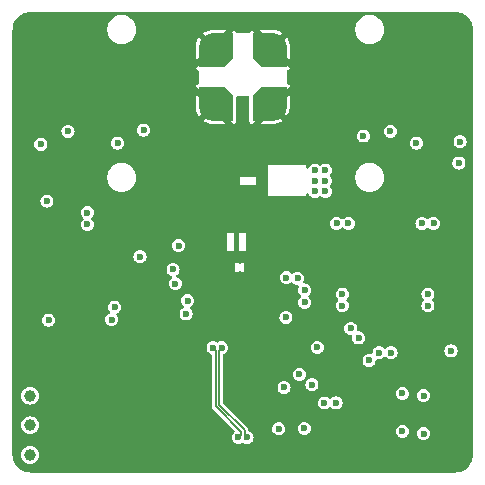
<source format=gbr>
%TF.GenerationSoftware,KiCad,Pcbnew,8.0.5*%
%TF.CreationDate,2025-03-05T14:18:00-05:00*%
%TF.ProjectId,minimax,6d696e69-6d61-4782-9e6b-696361645f70,rev?*%
%TF.SameCoordinates,Original*%
%TF.FileFunction,Copper,L2,Inr*%
%TF.FilePolarity,Positive*%
%FSLAX46Y46*%
G04 Gerber Fmt 4.6, Leading zero omitted, Abs format (unit mm)*
G04 Created by KiCad (PCBNEW 8.0.5) date 2025-03-05 14:18:00*
%MOMM*%
%LPD*%
G01*
G04 APERTURE LIST*
G04 Aperture macros list*
%AMFreePoly0*
4,1,25,1.707678,1.177678,1.715000,1.160000,1.715000,-0.940000,1.707678,-0.957678,0.957678,-1.707678,0.940000,-1.715000,-1.160000,-1.715000,-1.177678,-1.707678,-1.185000,-1.690000,-1.185000,0.000000,-1.177678,0.017678,-1.156389,0.038966,-1.140249,0.213149,-1.081668,0.419040,-0.986252,0.610661,-0.857250,0.781487,-0.699056,0.925700,-0.517056,1.038389,-0.317449,1.115718,-0.107031,1.155052,
-0.040304,1.155052,-0.017678,1.177678,0.000000,1.185000,1.690000,1.185000,1.707678,1.177678,1.707678,1.177678,$1*%
%AMFreePoly1*
4,1,25,0.017678,1.177678,0.040304,1.155052,0.107031,1.155052,0.317449,1.115718,0.517056,1.038389,0.699056,0.925700,0.857250,0.781487,0.986252,0.610661,1.081668,0.419040,1.140249,0.213149,1.156389,0.038966,1.177678,0.017678,1.185000,0.000000,1.185000,-1.690000,1.177678,-1.707678,1.160000,-1.715000,-0.940000,-1.715000,-0.957678,-1.707678,-1.707678,-0.957678,-1.715000,-0.940000,
-1.715000,1.160000,-1.707678,1.177678,-1.690000,1.185000,0.000000,1.185000,0.017678,1.177678,0.017678,1.177678,$1*%
%AMFreePoly2*
4,1,25,1.177678,1.707678,1.185000,1.690000,1.185000,0.000000,1.177678,-0.017678,1.156389,-0.038966,1.140249,-0.213149,1.081668,-0.419040,0.986252,-0.610661,0.857250,-0.781487,0.699056,-0.925700,0.517056,-1.038389,0.317449,-1.115718,0.107031,-1.155052,0.040304,-1.155052,0.017678,-1.177678,0.000000,-1.185000,-1.690000,-1.185000,-1.707678,-1.177678,-1.715000,-1.160000,-1.715000,0.940000,
-1.707678,0.957678,-0.957678,1.707678,-0.940000,1.715000,1.160000,1.715000,1.177678,1.707678,1.177678,1.707678,$1*%
G04 Aperture macros list end*
%TA.AperFunction,ComponentPad*%
%ADD10C,1.000000*%
%TD*%
%TA.AperFunction,ComponentPad*%
%ADD11FreePoly0,180.000000*%
%TD*%
%TA.AperFunction,ComponentPad*%
%ADD12FreePoly1,180.000000*%
%TD*%
%TA.AperFunction,ComponentPad*%
%ADD13FreePoly2,90.000000*%
%TD*%
%TA.AperFunction,ComponentPad*%
%ADD14FreePoly2,180.000000*%
%TD*%
%TA.AperFunction,ViaPad*%
%ADD15C,0.600000*%
%TD*%
%TA.AperFunction,Conductor*%
%ADD16C,0.155200*%
%TD*%
G04 APERTURE END LIST*
D10*
%TO.N,Net-(U1-MFP8)*%
%TO.C,TP1*%
X-18000000Y-38000000D03*
%TD*%
%TO.N,Net-(U1-MFP7)*%
%TO.C,TP2*%
X-18000000Y-35500000D03*
%TD*%
D11*
%TO.N,GND*%
%TO.C,J2*%
X2540000Y-8540000D03*
D12*
X-2540000Y-8540000D03*
D13*
X2550000Y-3450000D03*
D14*
X-2540000Y-3460000D03*
%TD*%
D10*
%TO.N,Net-(U1-MFP6)*%
%TO.C,TP3*%
X-18000000Y-33000000D03*
%TD*%
D15*
%TO.N,VDDIO*%
X6300000Y-28900000D03*
X15300000Y-36200000D03*
X15300000Y-33000000D03*
X-8700000Y-21225000D03*
X18300000Y-13300000D03*
%TO.N,+3V3*%
X18400000Y-11500000D03*
X-16587500Y-16525000D03*
X16146447Y-18400000D03*
X12546447Y-29350000D03*
X5200000Y-35750000D03*
X-16450000Y-26600000D03*
X11546447Y-29350000D03*
X-14800000Y-10600000D03*
X12500000Y-10600000D03*
X-8400000Y-10500000D03*
X15171447Y-18400000D03*
%TO.N,MFP1_CFG0*%
X13500000Y-36000000D03*
X5250000Y-25100000D03*
%TO.N,MFP2_CFG1*%
X5225000Y-24050000D03*
X13500000Y-32800000D03*
%TO.N,/camera/MIPI.CSI_D2_N*%
X-364760Y-36520000D03*
X-2514770Y-28940000D03*
%TO.N,GND*%
X-261100Y-23550000D03*
X-12075000Y-30550000D03*
X-13975000Y-11975000D03*
X-2950000Y-36400000D03*
X12521447Y-22650000D03*
X-1100000Y-16250000D03*
X12046447Y-26650000D03*
X-12700000Y-36600000D03*
X7875000Y-38725000D03*
X12521447Y-19150000D03*
X-1248714Y-25537614D03*
X4100000Y-36700000D03*
X-7825000Y-12250000D03*
X738900Y-23550000D03*
X-10500000Y-37125000D03*
X8400000Y-11725000D03*
X12046447Y-19875000D03*
X738900Y-24550000D03*
X-9602121Y-28337024D03*
X-1310000Y-31760000D03*
X12850000Y-26650000D03*
X17000000Y-35900000D03*
X-18175000Y-15925000D03*
X-1500000Y-36100000D03*
X12050000Y-25850000D03*
X-1261100Y-24550000D03*
X-261100Y-24550000D03*
X11571447Y-21200000D03*
X12521447Y-21200000D03*
X12021447Y-23400000D03*
X-261100Y-25550000D03*
X-18150000Y-17775000D03*
X-18325000Y-25900000D03*
X17125000Y-38850000D03*
X1020000Y-35720000D03*
X-7500000Y-33300000D03*
X11571447Y-19150000D03*
X12850000Y-12000000D03*
X-12300000Y-34000000D03*
X11571447Y-22650000D03*
X11250000Y-26650000D03*
X270000Y-33110000D03*
X12046447Y-21925000D03*
X738900Y-25550000D03*
X-3000000Y-30020000D03*
X-4500000Y-36350000D03*
X12050000Y-27425000D03*
X9675000Y-34225000D03*
X-1261100Y-23550000D03*
X14873224Y-28050000D03*
X-18150000Y-28000000D03*
%TO.N,/camera/MIPI.CSI_D2_P*%
X-1785230Y-28940000D03*
X364780Y-36520000D03*
%TO.N,/camera/MFP9_SDA*%
X5850000Y-32050000D03*
X-13150000Y-17500000D03*
X-10850000Y-25500000D03*
X4650000Y-23050000D03*
%TO.N,/camera/MFP10_SCL*%
X4800000Y-31200000D03*
X-13150000Y-18500000D03*
X3700000Y-23000000D03*
X-11100000Y-26550000D03*
%TO.N,/connector/V_POC*%
X8421447Y-25375000D03*
X8421447Y-24400000D03*
X6100000Y-15700000D03*
X15671447Y-24400000D03*
X6100000Y-13900000D03*
X15671447Y-25375000D03*
X7000000Y-14800000D03*
X6100000Y-14800000D03*
X7000000Y-15700000D03*
X7000000Y-13900000D03*
%TO.N,/camera/LED_EN*%
X3500000Y-32300000D03*
X-4675000Y-24950000D03*
%TO.N,/camera/POWER_EN*%
X3650000Y-26350000D03*
X3050000Y-35800000D03*
%TO.N,+1V2*%
X10696447Y-30000000D03*
X-5425000Y-20300000D03*
%TO.N,+1V8*%
X14700000Y-11600000D03*
X9796447Y-28100000D03*
X7946447Y-18400000D03*
X8946447Y-18400000D03*
%TO.N,Net-(U1-MFP8)*%
X7900000Y-33600000D03*
%TO.N,/gmsl/LOCK*%
X-5900000Y-22300000D03*
X-17100000Y-11700000D03*
%TO.N,/gmsl/ERRB*%
X-5700000Y-23500000D03*
X-10600000Y-11600000D03*
%TO.N,Net-(Q3-G)*%
X10200000Y-11000000D03*
X9146447Y-27300000D03*
X17623224Y-29200000D03*
%TO.N,Net-(U1-MFP7)*%
X6900000Y-33600000D03*
%TO.N,Net-(U1-MFP6)*%
X-4800000Y-26075000D03*
%TD*%
D16*
%TO.N,/camera/MIPI.CSI_D2_N*%
X-152391Y-36053137D02*
X-2302401Y-33903127D01*
X-2302401Y-29152369D02*
X-2514770Y-28940000D01*
X-152391Y-36307631D02*
X-152391Y-36053137D01*
X-364760Y-36520000D02*
X-152391Y-36307631D01*
X-2302401Y-33903127D02*
X-2302401Y-29152369D01*
%TO.N,/camera/MIPI.CSI_D2_P*%
X-1997599Y-33776873D02*
X-1997599Y-29152369D01*
X152411Y-35926883D02*
X-1997599Y-33776873D01*
X364780Y-36520000D02*
X152411Y-36307631D01*
X152411Y-36307631D02*
X152411Y-35926883D01*
X-1997599Y-29152369D02*
X-1785230Y-28940000D01*
%TD*%
%TA.AperFunction,Conductor*%
%TO.N,GND*%
G36*
X18004418Y-500816D02*
G01*
X18204561Y-515130D01*
X18222063Y-517647D01*
X18413797Y-559355D01*
X18430755Y-564334D01*
X18614609Y-632909D01*
X18630701Y-640259D01*
X18802904Y-734288D01*
X18817784Y-743849D01*
X18896432Y-802725D01*
X18974867Y-861441D01*
X18988237Y-873027D01*
X19126972Y-1011762D01*
X19138558Y-1025132D01*
X19256146Y-1182210D01*
X19265711Y-1197095D01*
X19359740Y-1369298D01*
X19367090Y-1385390D01*
X19435662Y-1569236D01*
X19440646Y-1586212D01*
X19482351Y-1777931D01*
X19484869Y-1795442D01*
X19499184Y-1995580D01*
X19499500Y-2004427D01*
X19499500Y-37995572D01*
X19499184Y-38004419D01*
X19484869Y-38204557D01*
X19482351Y-38222068D01*
X19440646Y-38413787D01*
X19435662Y-38430763D01*
X19367090Y-38614609D01*
X19359740Y-38630701D01*
X19265711Y-38802904D01*
X19256146Y-38817789D01*
X19138558Y-38974867D01*
X19126972Y-38988237D01*
X18988237Y-39126972D01*
X18974867Y-39138558D01*
X18817789Y-39256146D01*
X18802904Y-39265711D01*
X18630701Y-39359740D01*
X18614609Y-39367090D01*
X18430763Y-39435662D01*
X18413787Y-39440646D01*
X18222068Y-39482351D01*
X18204557Y-39484869D01*
X18023779Y-39497799D01*
X18004417Y-39499184D01*
X17995572Y-39499500D01*
X-17995572Y-39499500D01*
X-18004418Y-39499184D01*
X-18026378Y-39497613D01*
X-18204558Y-39484869D01*
X-18222069Y-39482351D01*
X-18413788Y-39440646D01*
X-18430764Y-39435662D01*
X-18614610Y-39367090D01*
X-18630702Y-39359740D01*
X-18802905Y-39265711D01*
X-18817790Y-39256146D01*
X-18974868Y-39138558D01*
X-18988238Y-39126972D01*
X-19126973Y-38988237D01*
X-19138559Y-38974867D01*
X-19256151Y-38817784D01*
X-19265712Y-38802904D01*
X-19359741Y-38630701D01*
X-19367091Y-38614609D01*
X-19427909Y-38451551D01*
X-19435666Y-38430755D01*
X-19440645Y-38413797D01*
X-19482353Y-38222063D01*
X-19484870Y-38204556D01*
X-19487481Y-38168056D01*
X-19499184Y-38004418D01*
X-19499342Y-37999997D01*
X-18755249Y-37999997D01*
X-18755249Y-38000002D01*
X-18736315Y-38168056D01*
X-18680455Y-38327694D01*
X-18680453Y-38327697D01*
X-18590482Y-38470884D01*
X-18590477Y-38470890D01*
X-18470891Y-38590476D01*
X-18470885Y-38590481D01*
X-18327698Y-38680452D01*
X-18327695Y-38680454D01*
X-18327691Y-38680455D01*
X-18327690Y-38680456D01*
X-18255087Y-38705860D01*
X-18168057Y-38736314D01*
X-18000003Y-38755249D01*
X-18000000Y-38755249D01*
X-17999997Y-38755249D01*
X-17831944Y-38736314D01*
X-17831941Y-38736313D01*
X-17672310Y-38680456D01*
X-17672308Y-38680454D01*
X-17672306Y-38680454D01*
X-17672303Y-38680452D01*
X-17529116Y-38590481D01*
X-17529115Y-38590480D01*
X-17529110Y-38590477D01*
X-17409523Y-38470890D01*
X-17379091Y-38422458D01*
X-17319548Y-38327697D01*
X-17319546Y-38327694D01*
X-17319546Y-38327692D01*
X-17319544Y-38327690D01*
X-17263687Y-38168059D01*
X-17263687Y-38168058D01*
X-17263686Y-38168056D01*
X-17244751Y-38000002D01*
X-17244751Y-37999997D01*
X-17263686Y-37831943D01*
X-17319546Y-37672305D01*
X-17319548Y-37672302D01*
X-17409519Y-37529115D01*
X-17409524Y-37529109D01*
X-17529110Y-37409523D01*
X-17529116Y-37409518D01*
X-17672303Y-37319547D01*
X-17672306Y-37319545D01*
X-17831944Y-37263685D01*
X-17999997Y-37244751D01*
X-18000003Y-37244751D01*
X-18168057Y-37263685D01*
X-18327695Y-37319545D01*
X-18327698Y-37319547D01*
X-18470885Y-37409518D01*
X-18470891Y-37409523D01*
X-18590477Y-37529109D01*
X-18590482Y-37529115D01*
X-18680453Y-37672302D01*
X-18680455Y-37672305D01*
X-18736315Y-37831943D01*
X-18755249Y-37999997D01*
X-19499342Y-37999997D01*
X-19499500Y-37995572D01*
X-19499500Y-35499997D01*
X-18755249Y-35499997D01*
X-18755249Y-35500002D01*
X-18736315Y-35668056D01*
X-18680455Y-35827694D01*
X-18680453Y-35827697D01*
X-18590482Y-35970884D01*
X-18590477Y-35970890D01*
X-18470891Y-36090476D01*
X-18470885Y-36090481D01*
X-18327698Y-36180452D01*
X-18327695Y-36180454D01*
X-18327691Y-36180455D01*
X-18327690Y-36180456D01*
X-18292927Y-36192620D01*
X-18168057Y-36236314D01*
X-18000003Y-36255249D01*
X-18000000Y-36255249D01*
X-17999997Y-36255249D01*
X-17831944Y-36236314D01*
X-17816360Y-36230861D01*
X-17672310Y-36180456D01*
X-17672308Y-36180454D01*
X-17672306Y-36180454D01*
X-17672303Y-36180452D01*
X-17529116Y-36090481D01*
X-17529115Y-36090480D01*
X-17529110Y-36090477D01*
X-17409523Y-35970890D01*
X-17392443Y-35943708D01*
X-17319548Y-35827697D01*
X-17319546Y-35827694D01*
X-17319546Y-35827692D01*
X-17319544Y-35827690D01*
X-17263687Y-35668059D01*
X-17263687Y-35668058D01*
X-17263686Y-35668056D01*
X-17244751Y-35500002D01*
X-17244751Y-35499997D01*
X-17263686Y-35331943D01*
X-17319546Y-35172305D01*
X-17319548Y-35172302D01*
X-17409519Y-35029115D01*
X-17409524Y-35029109D01*
X-17529110Y-34909523D01*
X-17529116Y-34909518D01*
X-17672303Y-34819547D01*
X-17672306Y-34819545D01*
X-17831944Y-34763685D01*
X-17999997Y-34744751D01*
X-18000003Y-34744751D01*
X-18168057Y-34763685D01*
X-18327695Y-34819545D01*
X-18327698Y-34819547D01*
X-18470885Y-34909518D01*
X-18470891Y-34909523D01*
X-18590477Y-35029109D01*
X-18590482Y-35029115D01*
X-18680453Y-35172302D01*
X-18680455Y-35172305D01*
X-18736315Y-35331943D01*
X-18755249Y-35499997D01*
X-19499500Y-35499997D01*
X-19499500Y-32999997D01*
X-18755249Y-32999997D01*
X-18755249Y-33000002D01*
X-18736315Y-33168056D01*
X-18680455Y-33327694D01*
X-18680453Y-33327697D01*
X-18590482Y-33470884D01*
X-18590477Y-33470890D01*
X-18470891Y-33590476D01*
X-18470885Y-33590481D01*
X-18327698Y-33680452D01*
X-18327695Y-33680454D01*
X-18327691Y-33680455D01*
X-18327690Y-33680456D01*
X-18255087Y-33705860D01*
X-18168057Y-33736314D01*
X-18000003Y-33755249D01*
X-18000000Y-33755249D01*
X-17999997Y-33755249D01*
X-17831944Y-33736314D01*
X-17831941Y-33736313D01*
X-17672310Y-33680456D01*
X-17672308Y-33680454D01*
X-17672306Y-33680454D01*
X-17672303Y-33680452D01*
X-17529116Y-33590481D01*
X-17529115Y-33590480D01*
X-17529110Y-33590477D01*
X-17409523Y-33470890D01*
X-17360342Y-33392620D01*
X-17319548Y-33327697D01*
X-17319546Y-33327694D01*
X-17319546Y-33327692D01*
X-17319544Y-33327690D01*
X-17263687Y-33168059D01*
X-17263687Y-33168058D01*
X-17263686Y-33168056D01*
X-17244751Y-33000002D01*
X-17244751Y-32999997D01*
X-17263686Y-32831943D01*
X-17319546Y-32672305D01*
X-17319548Y-32672302D01*
X-17409519Y-32529115D01*
X-17409524Y-32529109D01*
X-17529110Y-32409523D01*
X-17529116Y-32409518D01*
X-17672303Y-32319547D01*
X-17672306Y-32319545D01*
X-17831944Y-32263685D01*
X-17999997Y-32244751D01*
X-18000003Y-32244751D01*
X-18168057Y-32263685D01*
X-18327695Y-32319545D01*
X-18327698Y-32319547D01*
X-18470885Y-32409518D01*
X-18470891Y-32409523D01*
X-18590477Y-32529109D01*
X-18590482Y-32529115D01*
X-18680453Y-32672302D01*
X-18680455Y-32672305D01*
X-18736315Y-32831943D01*
X-18755249Y-32999997D01*
X-19499500Y-32999997D01*
X-19499500Y-28940000D01*
X-3070020Y-28940000D01*
X-3060763Y-29010316D01*
X-3051100Y-29083708D01*
X-3051099Y-29083712D01*
X-2995633Y-29217622D01*
X-2995632Y-29217624D01*
X-2995631Y-29217625D01*
X-2907391Y-29332621D01*
X-2792395Y-29420861D01*
X-2792394Y-29420861D01*
X-2792393Y-29420862D01*
X-2707049Y-29456212D01*
X-2652645Y-29500052D01*
X-2630580Y-29566346D01*
X-2630501Y-29570773D01*
X-2630501Y-33946322D01*
X-2618095Y-33992620D01*
X-2608141Y-34029770D01*
X-2590611Y-34060132D01*
X-2564946Y-34104585D01*
X-2564944Y-34104587D01*
X-735580Y-35933951D01*
X-702095Y-35995274D01*
X-707079Y-36064966D01*
X-747773Y-36120005D01*
X-757381Y-36127379D01*
X-769914Y-36143712D01*
X-845623Y-36242377D01*
X-901089Y-36376287D01*
X-901090Y-36376291D01*
X-920010Y-36519999D01*
X-920010Y-36520000D01*
X-901090Y-36663708D01*
X-901089Y-36663712D01*
X-845623Y-36797622D01*
X-845622Y-36797624D01*
X-845621Y-36797625D01*
X-757381Y-36912621D01*
X-642385Y-37000861D01*
X-508469Y-37056330D01*
X-381480Y-37073048D01*
X-364761Y-37075250D01*
X-364760Y-37075250D01*
X-364759Y-37075250D01*
X-349783Y-37073278D01*
X-221051Y-37056330D01*
X-87135Y-37000861D01*
X-75477Y-36991915D01*
X-10311Y-36966720D01*
X58135Y-36980757D01*
X75492Y-36991911D01*
X87155Y-37000861D01*
X221071Y-37056330D01*
X348060Y-37073048D01*
X364779Y-37075250D01*
X364780Y-37075250D01*
X364781Y-37075250D01*
X379757Y-37073278D01*
X508489Y-37056330D01*
X642405Y-37000861D01*
X757401Y-36912621D01*
X845641Y-36797625D01*
X901110Y-36663709D01*
X920030Y-36520000D01*
X901110Y-36376291D01*
X845641Y-36242375D01*
X757401Y-36127379D01*
X642405Y-36039139D01*
X633924Y-36035626D01*
X557058Y-36003787D01*
X502655Y-35959946D01*
X480590Y-35893652D01*
X480511Y-35889226D01*
X480511Y-35883689D01*
X473170Y-35856291D01*
X458151Y-35800241D01*
X458012Y-35800000D01*
X2494750Y-35800000D01*
X2502160Y-35856287D01*
X2513670Y-35943708D01*
X2513671Y-35943712D01*
X2569137Y-36077622D01*
X2569138Y-36077624D01*
X2569139Y-36077625D01*
X2657379Y-36192621D01*
X2772375Y-36280861D01*
X2772376Y-36280861D01*
X2772377Y-36280862D01*
X2817013Y-36299350D01*
X2906291Y-36336330D01*
X3033280Y-36353048D01*
X3049999Y-36355250D01*
X3050000Y-36355250D01*
X3050001Y-36355250D01*
X3064977Y-36353278D01*
X3193709Y-36336330D01*
X3327625Y-36280861D01*
X3442621Y-36192621D01*
X3530861Y-36077625D01*
X3586330Y-35943709D01*
X3605250Y-35800000D01*
X3598667Y-35750000D01*
X4644750Y-35750000D01*
X4663662Y-35893652D01*
X4663670Y-35893708D01*
X4663671Y-35893712D01*
X4719137Y-36027622D01*
X4719138Y-36027624D01*
X4719139Y-36027625D01*
X4807379Y-36142621D01*
X4922375Y-36230861D01*
X5056291Y-36286330D01*
X5183280Y-36303048D01*
X5199999Y-36305250D01*
X5200000Y-36305250D01*
X5200001Y-36305250D01*
X5214977Y-36303278D01*
X5343709Y-36286330D01*
X5477625Y-36230861D01*
X5592621Y-36142621D01*
X5680861Y-36027625D01*
X5692303Y-36000000D01*
X12944750Y-36000000D01*
X12952160Y-36056287D01*
X12963670Y-36143708D01*
X12963671Y-36143712D01*
X13019137Y-36277622D01*
X13019138Y-36277624D01*
X13019139Y-36277625D01*
X13107379Y-36392621D01*
X13222375Y-36480861D01*
X13356291Y-36536330D01*
X13483280Y-36553048D01*
X13499999Y-36555250D01*
X13500000Y-36555250D01*
X13500001Y-36555250D01*
X13514977Y-36553278D01*
X13643709Y-36536330D01*
X13777625Y-36480861D01*
X13892621Y-36392621D01*
X13980861Y-36277625D01*
X14013014Y-36200000D01*
X14744750Y-36200000D01*
X14762698Y-36336329D01*
X14763670Y-36343708D01*
X14763671Y-36343712D01*
X14819137Y-36477622D01*
X14819138Y-36477624D01*
X14819139Y-36477625D01*
X14907379Y-36592621D01*
X15022375Y-36680861D01*
X15156291Y-36736330D01*
X15283280Y-36753048D01*
X15299999Y-36755250D01*
X15300000Y-36755250D01*
X15300001Y-36755250D01*
X15314977Y-36753278D01*
X15443709Y-36736330D01*
X15577625Y-36680861D01*
X15692621Y-36592621D01*
X15780861Y-36477625D01*
X15836330Y-36343709D01*
X15855250Y-36200000D01*
X15836330Y-36056291D01*
X15780861Y-35922375D01*
X15692621Y-35807379D01*
X15577625Y-35719139D01*
X15577624Y-35719138D01*
X15577622Y-35719137D01*
X15443712Y-35663671D01*
X15443710Y-35663670D01*
X15443709Y-35663670D01*
X15371854Y-35654210D01*
X15300001Y-35644750D01*
X15299999Y-35644750D01*
X15156291Y-35663670D01*
X15156287Y-35663671D01*
X15022377Y-35719137D01*
X14907379Y-35807379D01*
X14819137Y-35922377D01*
X14763671Y-36056287D01*
X14763670Y-36056291D01*
X14745722Y-36192620D01*
X14744750Y-36200000D01*
X14013014Y-36200000D01*
X14036330Y-36143709D01*
X14055250Y-36000000D01*
X14036330Y-35856291D01*
X13999350Y-35767013D01*
X13980862Y-35722377D01*
X13980861Y-35722376D01*
X13980861Y-35722375D01*
X13892621Y-35607379D01*
X13777625Y-35519139D01*
X13777624Y-35519138D01*
X13777622Y-35519137D01*
X13643712Y-35463671D01*
X13643710Y-35463670D01*
X13643709Y-35463670D01*
X13571854Y-35454210D01*
X13500001Y-35444750D01*
X13499999Y-35444750D01*
X13356291Y-35463670D01*
X13356287Y-35463671D01*
X13222377Y-35519137D01*
X13107379Y-35607379D01*
X13019137Y-35722377D01*
X12963671Y-35856287D01*
X12963670Y-35856291D01*
X12944750Y-36000000D01*
X5692303Y-36000000D01*
X5736330Y-35893709D01*
X5755250Y-35750000D01*
X5736330Y-35606291D01*
X5692304Y-35500002D01*
X5680862Y-35472377D01*
X5680861Y-35472376D01*
X5680861Y-35472375D01*
X5592621Y-35357379D01*
X5477625Y-35269139D01*
X5477624Y-35269138D01*
X5477622Y-35269137D01*
X5343712Y-35213671D01*
X5343710Y-35213670D01*
X5343709Y-35213670D01*
X5271854Y-35204210D01*
X5200001Y-35194750D01*
X5199999Y-35194750D01*
X5056291Y-35213670D01*
X5056287Y-35213671D01*
X4922377Y-35269137D01*
X4807379Y-35357379D01*
X4719137Y-35472377D01*
X4663671Y-35606287D01*
X4663670Y-35606291D01*
X4644750Y-35750000D01*
X3598667Y-35750000D01*
X3586330Y-35656291D01*
X3530861Y-35522375D01*
X3442621Y-35407379D01*
X3327625Y-35319139D01*
X3327624Y-35319138D01*
X3327622Y-35319137D01*
X3193712Y-35263671D01*
X3193710Y-35263670D01*
X3193709Y-35263670D01*
X3121854Y-35254210D01*
X3050001Y-35244750D01*
X3049999Y-35244750D01*
X2906291Y-35263670D01*
X2906287Y-35263671D01*
X2772377Y-35319137D01*
X2657379Y-35407379D01*
X2569137Y-35522377D01*
X2513671Y-35656287D01*
X2513670Y-35656291D01*
X2504569Y-35725422D01*
X2494750Y-35800000D01*
X458012Y-35800000D01*
X414956Y-35725425D01*
X353869Y-35664338D01*
X-1633180Y-33677289D01*
X-1666665Y-33615966D01*
X-1668382Y-33600000D01*
X6344750Y-33600000D01*
X6362696Y-33736314D01*
X6363670Y-33743708D01*
X6363671Y-33743712D01*
X6419137Y-33877622D01*
X6419138Y-33877624D01*
X6419139Y-33877625D01*
X6507379Y-33992621D01*
X6622375Y-34080861D01*
X6756291Y-34136330D01*
X6883280Y-34153048D01*
X6899999Y-34155250D01*
X6900000Y-34155250D01*
X6900001Y-34155250D01*
X6914977Y-34153278D01*
X7043709Y-34136330D01*
X7177625Y-34080861D01*
X7292621Y-33992621D01*
X7301625Y-33980886D01*
X7358050Y-33939685D01*
X7427796Y-33935529D01*
X7488717Y-33969740D01*
X7498367Y-33980876D01*
X7507379Y-33992621D01*
X7622375Y-34080861D01*
X7756291Y-34136330D01*
X7883280Y-34153048D01*
X7899999Y-34155250D01*
X7900000Y-34155250D01*
X7900001Y-34155250D01*
X7914977Y-34153278D01*
X8043709Y-34136330D01*
X8177625Y-34080861D01*
X8292621Y-33992621D01*
X8380861Y-33877625D01*
X8436330Y-33743709D01*
X8455250Y-33600000D01*
X8436330Y-33456291D01*
X8386641Y-33336329D01*
X8380862Y-33322377D01*
X8380861Y-33322376D01*
X8380861Y-33322375D01*
X8292621Y-33207379D01*
X8177625Y-33119139D01*
X8177624Y-33119138D01*
X8177622Y-33119137D01*
X8043712Y-33063671D01*
X8043710Y-33063670D01*
X8043709Y-33063670D01*
X7971854Y-33054210D01*
X7900001Y-33044750D01*
X7899999Y-33044750D01*
X7756291Y-33063670D01*
X7756287Y-33063671D01*
X7622377Y-33119137D01*
X7590356Y-33143708D01*
X7507379Y-33207379D01*
X7507378Y-33207380D01*
X7507377Y-33207381D01*
X7498375Y-33219113D01*
X7441947Y-33260316D01*
X7372201Y-33264470D01*
X7311281Y-33230257D01*
X7301625Y-33219113D01*
X7299782Y-33216711D01*
X7292621Y-33207379D01*
X7177625Y-33119139D01*
X7177624Y-33119138D01*
X7177622Y-33119137D01*
X7043712Y-33063671D01*
X7043710Y-33063670D01*
X7043709Y-33063670D01*
X6971854Y-33054210D01*
X6900001Y-33044750D01*
X6899999Y-33044750D01*
X6756291Y-33063670D01*
X6756287Y-33063671D01*
X6622377Y-33119137D01*
X6507379Y-33207379D01*
X6419137Y-33322377D01*
X6363671Y-33456287D01*
X6363670Y-33456291D01*
X6350642Y-33555250D01*
X6344750Y-33600000D01*
X-1668382Y-33600000D01*
X-1669499Y-33589608D01*
X-1669499Y-32299999D01*
X2944750Y-32299999D01*
X2944750Y-32300000D01*
X2963670Y-32443708D01*
X2963671Y-32443712D01*
X3019137Y-32577622D01*
X3019138Y-32577624D01*
X3019139Y-32577625D01*
X3107379Y-32692621D01*
X3222375Y-32780861D01*
X3356291Y-32836330D01*
X3483280Y-32853048D01*
X3499999Y-32855250D01*
X3500000Y-32855250D01*
X3500001Y-32855250D01*
X3514977Y-32853278D01*
X3643709Y-32836330D01*
X3731419Y-32800000D01*
X12944750Y-32800000D01*
X12952160Y-32856287D01*
X12963670Y-32943708D01*
X12963671Y-32943712D01*
X13019137Y-33077622D01*
X13019138Y-33077624D01*
X13019139Y-33077625D01*
X13107379Y-33192621D01*
X13222375Y-33280861D01*
X13356291Y-33336330D01*
X13483280Y-33353048D01*
X13499999Y-33355250D01*
X13500000Y-33355250D01*
X13500001Y-33355250D01*
X13514977Y-33353278D01*
X13643709Y-33336330D01*
X13777625Y-33280861D01*
X13892621Y-33192621D01*
X13980861Y-33077625D01*
X14013014Y-33000000D01*
X14744750Y-33000000D01*
X14753132Y-33063670D01*
X14763670Y-33143708D01*
X14763671Y-33143712D01*
X14819137Y-33277622D01*
X14819138Y-33277624D01*
X14819139Y-33277625D01*
X14907379Y-33392621D01*
X15022375Y-33480861D01*
X15156291Y-33536330D01*
X15283280Y-33553048D01*
X15299999Y-33555250D01*
X15300000Y-33555250D01*
X15300001Y-33555250D01*
X15314977Y-33553278D01*
X15443709Y-33536330D01*
X15577625Y-33480861D01*
X15692621Y-33392621D01*
X15780861Y-33277625D01*
X15836330Y-33143709D01*
X15855250Y-33000000D01*
X15836330Y-32856291D01*
X15780861Y-32722375D01*
X15692621Y-32607379D01*
X15577625Y-32519139D01*
X15577624Y-32519138D01*
X15577622Y-32519137D01*
X15443712Y-32463671D01*
X15443710Y-32463670D01*
X15443709Y-32463670D01*
X15371854Y-32454210D01*
X15300001Y-32444750D01*
X15299999Y-32444750D01*
X15156291Y-32463670D01*
X15156287Y-32463671D01*
X15022377Y-32519137D01*
X14907379Y-32607379D01*
X14819137Y-32722377D01*
X14763671Y-32856287D01*
X14763670Y-32856291D01*
X14744750Y-33000000D01*
X14013014Y-33000000D01*
X14036330Y-32943709D01*
X14055250Y-32800000D01*
X14036330Y-32656291D01*
X13999350Y-32567013D01*
X13980862Y-32522377D01*
X13980861Y-32522376D01*
X13980861Y-32522375D01*
X13892621Y-32407379D01*
X13777625Y-32319139D01*
X13777624Y-32319138D01*
X13777622Y-32319137D01*
X13643712Y-32263671D01*
X13643710Y-32263670D01*
X13643709Y-32263670D01*
X13571854Y-32254210D01*
X13500001Y-32244750D01*
X13499999Y-32244750D01*
X13356291Y-32263670D01*
X13356287Y-32263671D01*
X13222377Y-32319137D01*
X13107379Y-32407379D01*
X13019137Y-32522377D01*
X12963671Y-32656287D01*
X12963670Y-32656291D01*
X12947270Y-32780862D01*
X12944750Y-32800000D01*
X3731419Y-32800000D01*
X3777625Y-32780861D01*
X3892621Y-32692621D01*
X3980861Y-32577625D01*
X4036330Y-32443709D01*
X4055250Y-32300000D01*
X4036330Y-32156291D01*
X3999350Y-32067013D01*
X3992303Y-32049999D01*
X5294750Y-32049999D01*
X5294750Y-32050000D01*
X5313670Y-32193708D01*
X5313671Y-32193712D01*
X5369137Y-32327622D01*
X5369138Y-32327624D01*
X5369139Y-32327625D01*
X5457379Y-32442621D01*
X5572375Y-32530861D01*
X5706291Y-32586330D01*
X5833280Y-32603048D01*
X5849999Y-32605250D01*
X5850000Y-32605250D01*
X5850001Y-32605250D01*
X5864977Y-32603278D01*
X5993709Y-32586330D01*
X6127625Y-32530861D01*
X6242621Y-32442621D01*
X6330861Y-32327625D01*
X6386330Y-32193709D01*
X6405250Y-32050000D01*
X6386330Y-31906291D01*
X6330861Y-31772375D01*
X6242621Y-31657379D01*
X6127625Y-31569139D01*
X6127624Y-31569138D01*
X6127622Y-31569137D01*
X5993712Y-31513671D01*
X5993710Y-31513670D01*
X5993709Y-31513670D01*
X5921854Y-31504210D01*
X5850001Y-31494750D01*
X5849999Y-31494750D01*
X5706291Y-31513670D01*
X5706287Y-31513671D01*
X5572377Y-31569137D01*
X5457379Y-31657379D01*
X5369137Y-31772377D01*
X5313671Y-31906287D01*
X5313670Y-31906291D01*
X5294750Y-32049999D01*
X3992303Y-32049999D01*
X3980862Y-32022377D01*
X3980861Y-32022376D01*
X3980861Y-32022375D01*
X3892621Y-31907379D01*
X3777625Y-31819139D01*
X3777624Y-31819138D01*
X3777622Y-31819137D01*
X3643712Y-31763671D01*
X3643710Y-31763670D01*
X3643709Y-31763670D01*
X3571854Y-31754210D01*
X3500001Y-31744750D01*
X3499999Y-31744750D01*
X3356291Y-31763670D01*
X3356287Y-31763671D01*
X3222377Y-31819137D01*
X3107379Y-31907379D01*
X3019137Y-32022377D01*
X2963671Y-32156287D01*
X2963670Y-32156291D01*
X2944750Y-32299999D01*
X-1669499Y-32299999D01*
X-1669499Y-31199999D01*
X4244750Y-31199999D01*
X4244750Y-31200000D01*
X4263670Y-31343708D01*
X4263671Y-31343712D01*
X4319137Y-31477622D01*
X4319138Y-31477624D01*
X4319139Y-31477625D01*
X4407379Y-31592621D01*
X4522375Y-31680861D01*
X4656291Y-31736330D01*
X4783280Y-31753048D01*
X4799999Y-31755250D01*
X4800000Y-31755250D01*
X4800001Y-31755250D01*
X4814977Y-31753278D01*
X4943709Y-31736330D01*
X5077625Y-31680861D01*
X5192621Y-31592621D01*
X5280861Y-31477625D01*
X5336330Y-31343709D01*
X5355250Y-31200000D01*
X5336330Y-31056291D01*
X5280861Y-30922375D01*
X5192621Y-30807379D01*
X5077625Y-30719139D01*
X5077624Y-30719138D01*
X5077622Y-30719137D01*
X4943712Y-30663671D01*
X4943710Y-30663670D01*
X4943709Y-30663670D01*
X4871854Y-30654210D01*
X4800001Y-30644750D01*
X4799999Y-30644750D01*
X4656291Y-30663670D01*
X4656287Y-30663671D01*
X4522377Y-30719137D01*
X4407379Y-30807379D01*
X4319137Y-30922377D01*
X4263671Y-31056287D01*
X4263670Y-31056291D01*
X4244750Y-31199999D01*
X-1669499Y-31199999D01*
X-1669499Y-29999999D01*
X10141197Y-29999999D01*
X10141197Y-30000000D01*
X10160117Y-30143708D01*
X10160118Y-30143712D01*
X10215584Y-30277622D01*
X10215585Y-30277624D01*
X10215586Y-30277625D01*
X10303826Y-30392621D01*
X10418822Y-30480861D01*
X10552738Y-30536330D01*
X10679727Y-30553048D01*
X10696446Y-30555250D01*
X10696447Y-30555250D01*
X10696448Y-30555250D01*
X10711424Y-30553278D01*
X10840156Y-30536330D01*
X10974072Y-30480861D01*
X11089068Y-30392621D01*
X11177308Y-30277625D01*
X11232777Y-30143709D01*
X11251697Y-30000000D01*
X11251697Y-29999999D01*
X11252758Y-29991942D01*
X11256122Y-29992385D01*
X11271382Y-29940419D01*
X11324186Y-29894664D01*
X11393344Y-29884720D01*
X11398419Y-29885761D01*
X11402736Y-29886329D01*
X11402738Y-29886330D01*
X11508527Y-29900257D01*
X11546446Y-29905250D01*
X11546447Y-29905250D01*
X11546448Y-29905250D01*
X11561424Y-29903278D01*
X11690156Y-29886330D01*
X11824072Y-29830861D01*
X11939068Y-29742621D01*
X11948072Y-29730886D01*
X12004497Y-29689685D01*
X12074243Y-29685529D01*
X12135164Y-29719740D01*
X12144814Y-29730876D01*
X12153826Y-29742621D01*
X12268822Y-29830861D01*
X12402738Y-29886330D01*
X12529727Y-29903048D01*
X12546446Y-29905250D01*
X12546447Y-29905250D01*
X12546448Y-29905250D01*
X12561424Y-29903278D01*
X12690156Y-29886330D01*
X12824072Y-29830861D01*
X12939068Y-29742621D01*
X13027308Y-29627625D01*
X13082777Y-29493709D01*
X13101697Y-29350000D01*
X13082777Y-29206291D01*
X13080171Y-29199999D01*
X17067974Y-29199999D01*
X17067974Y-29200000D01*
X17086894Y-29343708D01*
X17086895Y-29343712D01*
X17142361Y-29477622D01*
X17142362Y-29477624D01*
X17142363Y-29477625D01*
X17230603Y-29592621D01*
X17345599Y-29680861D01*
X17345600Y-29680861D01*
X17345601Y-29680862D01*
X17366902Y-29689685D01*
X17479515Y-29736330D01*
X17606504Y-29753048D01*
X17623223Y-29755250D01*
X17623224Y-29755250D01*
X17623225Y-29755250D01*
X17638201Y-29753278D01*
X17766933Y-29736330D01*
X17900849Y-29680861D01*
X18015845Y-29592621D01*
X18104085Y-29477625D01*
X18159554Y-29343709D01*
X18178474Y-29200000D01*
X18159554Y-29056291D01*
X18118584Y-28957379D01*
X18104086Y-28922377D01*
X18104085Y-28922376D01*
X18104085Y-28922375D01*
X18015845Y-28807379D01*
X17900849Y-28719139D01*
X17900848Y-28719138D01*
X17900846Y-28719137D01*
X17766936Y-28663671D01*
X17766934Y-28663670D01*
X17766933Y-28663670D01*
X17695078Y-28654210D01*
X17623225Y-28644750D01*
X17623223Y-28644750D01*
X17479515Y-28663670D01*
X17479511Y-28663671D01*
X17345601Y-28719137D01*
X17230603Y-28807379D01*
X17142361Y-28922377D01*
X17086895Y-29056287D01*
X17086894Y-29056291D01*
X17067974Y-29199999D01*
X13080171Y-29199999D01*
X13027308Y-29072375D01*
X12939068Y-28957379D01*
X12824072Y-28869139D01*
X12824071Y-28869138D01*
X12824069Y-28869137D01*
X12690159Y-28813671D01*
X12690157Y-28813670D01*
X12690156Y-28813670D01*
X12618301Y-28804210D01*
X12546448Y-28794750D01*
X12546446Y-28794750D01*
X12402738Y-28813670D01*
X12402734Y-28813671D01*
X12268824Y-28869137D01*
X12228603Y-28900000D01*
X12153826Y-28957379D01*
X12153825Y-28957380D01*
X12153824Y-28957381D01*
X12144822Y-28969113D01*
X12088394Y-29010316D01*
X12018648Y-29014470D01*
X11957728Y-28980257D01*
X11948072Y-28969113D01*
X11946229Y-28966711D01*
X11939068Y-28957379D01*
X11824072Y-28869139D01*
X11824071Y-28869138D01*
X11824069Y-28869137D01*
X11690159Y-28813671D01*
X11690157Y-28813670D01*
X11690156Y-28813670D01*
X11618301Y-28804210D01*
X11546448Y-28794750D01*
X11546446Y-28794750D01*
X11402738Y-28813670D01*
X11402734Y-28813671D01*
X11268824Y-28869137D01*
X11153826Y-28957379D01*
X11065584Y-29072377D01*
X11010118Y-29206287D01*
X11010117Y-29206291D01*
X10990136Y-29358058D01*
X10986770Y-29357614D01*
X10971512Y-29409580D01*
X10918708Y-29455335D01*
X10849550Y-29465279D01*
X10844474Y-29464238D01*
X10696448Y-29444750D01*
X10696446Y-29444750D01*
X10552738Y-29463670D01*
X10552734Y-29463671D01*
X10418824Y-29519137D01*
X10303826Y-29607379D01*
X10215584Y-29722377D01*
X10160118Y-29856287D01*
X10160117Y-29856291D01*
X10141197Y-29999999D01*
X-1669499Y-29999999D01*
X-1669499Y-29570773D01*
X-1649814Y-29503734D01*
X-1597010Y-29457979D01*
X-1592951Y-29456212D01*
X-1544946Y-29436328D01*
X-1507605Y-29420861D01*
X-1392609Y-29332621D01*
X-1304369Y-29217625D01*
X-1248900Y-29083709D01*
X-1229980Y-28940000D01*
X-1235246Y-28900000D01*
X5744750Y-28900000D01*
X5752304Y-28957381D01*
X5763670Y-29043708D01*
X5763671Y-29043712D01*
X5819137Y-29177622D01*
X5819138Y-29177624D01*
X5819139Y-29177625D01*
X5907379Y-29292621D01*
X6022375Y-29380861D01*
X6156291Y-29436330D01*
X6283280Y-29453048D01*
X6299999Y-29455250D01*
X6300000Y-29455250D01*
X6300001Y-29455250D01*
X6314977Y-29453278D01*
X6443709Y-29436330D01*
X6577625Y-29380861D01*
X6692621Y-29292621D01*
X6780861Y-29177625D01*
X6836330Y-29043709D01*
X6855250Y-28900000D01*
X6836330Y-28756291D01*
X6786641Y-28636329D01*
X6780862Y-28622377D01*
X6780861Y-28622376D01*
X6780861Y-28622375D01*
X6692621Y-28507379D01*
X6577625Y-28419139D01*
X6577624Y-28419138D01*
X6577622Y-28419137D01*
X6443712Y-28363671D01*
X6443710Y-28363670D01*
X6443709Y-28363670D01*
X6371854Y-28354210D01*
X6300001Y-28344750D01*
X6299999Y-28344750D01*
X6156291Y-28363670D01*
X6156287Y-28363671D01*
X6022377Y-28419137D01*
X5907379Y-28507379D01*
X5819137Y-28622377D01*
X5763671Y-28756287D01*
X5763670Y-28756291D01*
X5744750Y-28900000D01*
X-1235246Y-28900000D01*
X-1248900Y-28796291D01*
X-1303832Y-28663671D01*
X-1304368Y-28662377D01*
X-1304369Y-28662376D01*
X-1304369Y-28662375D01*
X-1392609Y-28547379D01*
X-1507605Y-28459139D01*
X-1507606Y-28459138D01*
X-1507608Y-28459137D01*
X-1641518Y-28403671D01*
X-1641520Y-28403670D01*
X-1641521Y-28403670D01*
X-1713376Y-28394210D01*
X-1785229Y-28384750D01*
X-1785231Y-28384750D01*
X-1928939Y-28403670D01*
X-1928943Y-28403671D01*
X-2062854Y-28459138D01*
X-2062856Y-28459139D01*
X-2074514Y-28468085D01*
X-2139684Y-28493279D01*
X-2208128Y-28479240D01*
X-2225486Y-28468085D01*
X-2237145Y-28459139D01*
X-2237147Y-28459138D01*
X-2371058Y-28403671D01*
X-2371060Y-28403670D01*
X-2371061Y-28403670D01*
X-2442916Y-28394210D01*
X-2514769Y-28384750D01*
X-2514771Y-28384750D01*
X-2658479Y-28403670D01*
X-2658483Y-28403671D01*
X-2792393Y-28459137D01*
X-2907391Y-28547379D01*
X-2995633Y-28662377D01*
X-3051099Y-28796287D01*
X-3051100Y-28796291D01*
X-3070020Y-28940000D01*
X-19499500Y-28940000D01*
X-19499500Y-27299999D01*
X8591197Y-27299999D01*
X8591197Y-27300000D01*
X8610117Y-27443708D01*
X8610118Y-27443712D01*
X8665584Y-27577622D01*
X8665585Y-27577624D01*
X8665586Y-27577625D01*
X8753826Y-27692621D01*
X8868822Y-27780861D01*
X9002738Y-27836330D01*
X9146447Y-27855250D01*
X9146447Y-27855249D01*
X9148317Y-27855496D01*
X9212213Y-27883763D01*
X9250684Y-27942087D01*
X9255070Y-27994620D01*
X9241197Y-28099997D01*
X9241197Y-28100000D01*
X9260117Y-28243708D01*
X9260118Y-28243712D01*
X9315584Y-28377622D01*
X9315585Y-28377624D01*
X9315586Y-28377625D01*
X9403826Y-28492621D01*
X9518822Y-28580861D01*
X9652738Y-28636330D01*
X9779727Y-28653048D01*
X9796446Y-28655250D01*
X9796447Y-28655250D01*
X9796448Y-28655250D01*
X9811424Y-28653278D01*
X9940156Y-28636330D01*
X10074072Y-28580861D01*
X10189068Y-28492621D01*
X10277308Y-28377625D01*
X10332777Y-28243709D01*
X10351697Y-28100000D01*
X10332777Y-27956291D01*
X10283088Y-27836329D01*
X10277309Y-27822377D01*
X10277308Y-27822376D01*
X10277308Y-27822375D01*
X10189068Y-27707379D01*
X10074072Y-27619139D01*
X10074071Y-27619138D01*
X10074069Y-27619137D01*
X9940159Y-27563671D01*
X9940157Y-27563670D01*
X9940156Y-27563670D01*
X9899240Y-27558283D01*
X9794576Y-27544503D01*
X9730679Y-27516236D01*
X9692209Y-27457911D01*
X9687823Y-27405378D01*
X9701697Y-27300000D01*
X9701697Y-27299999D01*
X9699495Y-27283280D01*
X9682777Y-27156291D01*
X9645797Y-27067013D01*
X9627309Y-27022377D01*
X9627308Y-27022376D01*
X9627308Y-27022375D01*
X9539068Y-26907379D01*
X9424072Y-26819139D01*
X9424071Y-26819138D01*
X9424069Y-26819137D01*
X9290159Y-26763671D01*
X9290157Y-26763670D01*
X9290156Y-26763670D01*
X9218301Y-26754210D01*
X9146448Y-26744750D01*
X9146446Y-26744750D01*
X9002738Y-26763670D01*
X9002734Y-26763671D01*
X8868824Y-26819137D01*
X8753826Y-26907379D01*
X8665584Y-27022377D01*
X8610118Y-27156287D01*
X8610117Y-27156291D01*
X8591197Y-27299999D01*
X-19499500Y-27299999D01*
X-19499500Y-26599999D01*
X-17005250Y-26599999D01*
X-17005250Y-26600000D01*
X-16986330Y-26743708D01*
X-16986329Y-26743712D01*
X-16930863Y-26877622D01*
X-16930862Y-26877624D01*
X-16930861Y-26877625D01*
X-16842621Y-26992621D01*
X-16727625Y-27080861D01*
X-16727624Y-27080861D01*
X-16727623Y-27080862D01*
X-16682987Y-27099350D01*
X-16593709Y-27136330D01*
X-16466720Y-27153048D01*
X-16450001Y-27155250D01*
X-16450000Y-27155250D01*
X-16449999Y-27155250D01*
X-16435023Y-27153278D01*
X-16306291Y-27136330D01*
X-16172375Y-27080861D01*
X-16057379Y-26992621D01*
X-15969139Y-26877625D01*
X-15913670Y-26743709D01*
X-15894750Y-26600000D01*
X-15901333Y-26549999D01*
X-11655250Y-26549999D01*
X-11655250Y-26550000D01*
X-11636330Y-26693708D01*
X-11636329Y-26693712D01*
X-11580863Y-26827622D01*
X-11580862Y-26827624D01*
X-11580861Y-26827625D01*
X-11492621Y-26942621D01*
X-11377625Y-27030861D01*
X-11243709Y-27086330D01*
X-11116720Y-27103048D01*
X-11100001Y-27105250D01*
X-11100000Y-27105250D01*
X-11099999Y-27105250D01*
X-11085023Y-27103278D01*
X-10956291Y-27086330D01*
X-10822375Y-27030861D01*
X-10707379Y-26942621D01*
X-10619139Y-26827625D01*
X-10563670Y-26693709D01*
X-10544750Y-26550000D01*
X-10563670Y-26406291D01*
X-10619139Y-26272375D01*
X-10619140Y-26272374D01*
X-10619140Y-26272373D01*
X-10660319Y-26218708D01*
X-10679224Y-26194071D01*
X-10704418Y-26128904D01*
X-10693362Y-26074999D01*
X-5355250Y-26074999D01*
X-5355250Y-26075000D01*
X-5336330Y-26218708D01*
X-5336329Y-26218712D01*
X-5280863Y-26352622D01*
X-5280862Y-26352624D01*
X-5280861Y-26352625D01*
X-5192621Y-26467621D01*
X-5077625Y-26555861D01*
X-4943709Y-26611330D01*
X-4819961Y-26627622D01*
X-4800001Y-26630250D01*
X-4800000Y-26630250D01*
X-4799999Y-26630250D01*
X-4780039Y-26627622D01*
X-4656291Y-26611330D01*
X-4522375Y-26555861D01*
X-4407379Y-26467621D01*
X-4319139Y-26352625D01*
X-4318052Y-26350000D01*
X3094750Y-26350000D01*
X3102160Y-26406287D01*
X3113670Y-26493708D01*
X3113671Y-26493712D01*
X3169137Y-26627622D01*
X3169138Y-26627624D01*
X3169139Y-26627625D01*
X3257379Y-26742621D01*
X3372375Y-26830861D01*
X3506291Y-26886330D01*
X3633280Y-26903048D01*
X3649999Y-26905250D01*
X3650000Y-26905250D01*
X3650001Y-26905250D01*
X3664977Y-26903278D01*
X3793709Y-26886330D01*
X3927625Y-26830861D01*
X4042621Y-26742621D01*
X4130861Y-26627625D01*
X4186330Y-26493709D01*
X4205250Y-26350000D01*
X4186330Y-26206291D01*
X4130861Y-26072375D01*
X4042621Y-25957379D01*
X3927625Y-25869139D01*
X3927624Y-25869138D01*
X3927622Y-25869137D01*
X3793712Y-25813671D01*
X3793710Y-25813670D01*
X3793709Y-25813670D01*
X3669954Y-25797377D01*
X3650001Y-25794750D01*
X3649999Y-25794750D01*
X3506291Y-25813670D01*
X3506287Y-25813671D01*
X3372377Y-25869137D01*
X3257379Y-25957379D01*
X3169137Y-26072377D01*
X3113671Y-26206287D01*
X3113670Y-26206291D01*
X3094750Y-26350000D01*
X-4318052Y-26350000D01*
X-4263670Y-26218709D01*
X-4244750Y-26075000D01*
X-4245096Y-26072375D01*
X-4247500Y-26054110D01*
X-4263670Y-25931291D01*
X-4319139Y-25797375D01*
X-4407379Y-25682379D01*
X-4446354Y-25652472D01*
X-4487556Y-25596044D01*
X-4491711Y-25526298D01*
X-4457498Y-25465378D01*
X-4418322Y-25439537D01*
X-4397375Y-25430861D01*
X-4282379Y-25342621D01*
X-4194139Y-25227625D01*
X-4138670Y-25093709D01*
X-4119750Y-24950000D01*
X-4138670Y-24806291D01*
X-4179641Y-24707377D01*
X-4194138Y-24672377D01*
X-4194139Y-24672376D01*
X-4194139Y-24672375D01*
X-4282379Y-24557379D01*
X-4397375Y-24469139D01*
X-4397376Y-24469138D01*
X-4397378Y-24469137D01*
X-4531288Y-24413671D01*
X-4531290Y-24413670D01*
X-4531291Y-24413670D01*
X-4635123Y-24400000D01*
X-4674999Y-24394750D01*
X-4675001Y-24394750D01*
X-4818709Y-24413670D01*
X-4818713Y-24413671D01*
X-4952623Y-24469137D01*
X-5067621Y-24557379D01*
X-5155863Y-24672377D01*
X-5211329Y-24806287D01*
X-5211330Y-24806291D01*
X-5230250Y-24950000D01*
X-5221148Y-25019139D01*
X-5211330Y-25093708D01*
X-5211329Y-25093712D01*
X-5155863Y-25227622D01*
X-5155862Y-25227624D01*
X-5155861Y-25227625D01*
X-5067621Y-25342621D01*
X-5028646Y-25372528D01*
X-4987445Y-25428954D01*
X-4983290Y-25498700D01*
X-5017503Y-25559621D01*
X-5056679Y-25585462D01*
X-5077622Y-25594137D01*
X-5077625Y-25594138D01*
X-5077625Y-25594139D01*
X-5142229Y-25643712D01*
X-5192621Y-25682379D01*
X-5280863Y-25797377D01*
X-5336329Y-25931287D01*
X-5336330Y-25931291D01*
X-5355250Y-26074999D01*
X-10693362Y-26074999D01*
X-10690380Y-26060459D01*
X-10641567Y-26010469D01*
X-10628315Y-26004031D01*
X-10572375Y-25980861D01*
X-10457379Y-25892621D01*
X-10369139Y-25777625D01*
X-10313670Y-25643709D01*
X-10294750Y-25500000D01*
X-10313670Y-25356291D01*
X-10365446Y-25231291D01*
X-10369138Y-25222377D01*
X-10369139Y-25222376D01*
X-10369139Y-25222375D01*
X-10457379Y-25107379D01*
X-10572375Y-25019139D01*
X-10572376Y-25019138D01*
X-10572378Y-25019137D01*
X-10706288Y-24963671D01*
X-10706290Y-24963670D01*
X-10706291Y-24963670D01*
X-10810123Y-24950000D01*
X-10849999Y-24944750D01*
X-10850001Y-24944750D01*
X-10993709Y-24963670D01*
X-10993713Y-24963671D01*
X-11127623Y-25019137D01*
X-11242621Y-25107379D01*
X-11330863Y-25222377D01*
X-11386329Y-25356287D01*
X-11386330Y-25356291D01*
X-11404278Y-25492620D01*
X-11405250Y-25500000D01*
X-11387302Y-25636329D01*
X-11386330Y-25643708D01*
X-11386329Y-25643712D01*
X-11330862Y-25777623D01*
X-11330861Y-25777626D01*
X-11270778Y-25855926D01*
X-11245583Y-25921095D01*
X-11259621Y-25989540D01*
X-11308435Y-26039530D01*
X-11321700Y-26045974D01*
X-11377624Y-26069138D01*
X-11492621Y-26157379D01*
X-11580863Y-26272377D01*
X-11636329Y-26406287D01*
X-11636330Y-26406291D01*
X-11655250Y-26549999D01*
X-15901333Y-26549999D01*
X-15913670Y-26456291D01*
X-15956610Y-26352622D01*
X-15969138Y-26322377D01*
X-15969139Y-26322376D01*
X-15969139Y-26322375D01*
X-16057379Y-26207379D01*
X-16172375Y-26119139D01*
X-16172376Y-26119138D01*
X-16172378Y-26119137D01*
X-16306288Y-26063671D01*
X-16306290Y-26063670D01*
X-16306291Y-26063670D01*
X-16378905Y-26054110D01*
X-16449999Y-26044750D01*
X-16450001Y-26044750D01*
X-16593709Y-26063670D01*
X-16593713Y-26063671D01*
X-16727623Y-26119137D01*
X-16842621Y-26207379D01*
X-16930863Y-26322377D01*
X-16986329Y-26456287D01*
X-16986330Y-26456291D01*
X-17005250Y-26599999D01*
X-19499500Y-26599999D01*
X-19499500Y-22299999D01*
X-6455250Y-22299999D01*
X-6455250Y-22300000D01*
X-6436330Y-22443708D01*
X-6436329Y-22443712D01*
X-6380863Y-22577622D01*
X-6380862Y-22577624D01*
X-6380861Y-22577625D01*
X-6292621Y-22692621D01*
X-6177625Y-22780861D01*
X-6177624Y-22780861D01*
X-6177623Y-22780862D01*
X-6044498Y-22836003D01*
X-5990094Y-22879843D01*
X-5968029Y-22946137D01*
X-5985308Y-23013837D01*
X-6016462Y-23048939D01*
X-6092620Y-23107378D01*
X-6180863Y-23222377D01*
X-6236329Y-23356287D01*
X-6236330Y-23356291D01*
X-6252730Y-23480862D01*
X-6255250Y-23500000D01*
X-6246148Y-23569139D01*
X-6236330Y-23643708D01*
X-6236329Y-23643712D01*
X-6180863Y-23777622D01*
X-6180862Y-23777624D01*
X-6180861Y-23777625D01*
X-6092621Y-23892621D01*
X-5977625Y-23980861D01*
X-5843709Y-24036330D01*
X-5716720Y-24053048D01*
X-5700001Y-24055250D01*
X-5700000Y-24055250D01*
X-5699999Y-24055250D01*
X-5685023Y-24053278D01*
X-5556291Y-24036330D01*
X-5422375Y-23980861D01*
X-5307379Y-23892621D01*
X-5219139Y-23777625D01*
X-5163670Y-23643709D01*
X-5144750Y-23500000D01*
X-5163670Y-23356291D01*
X-5219139Y-23222375D01*
X-5307379Y-23107379D01*
X-5422375Y-23019139D01*
X-5422376Y-23019138D01*
X-5422378Y-23019137D01*
X-5468582Y-22999999D01*
X3144750Y-22999999D01*
X3144750Y-23000000D01*
X3163670Y-23143708D01*
X3163671Y-23143712D01*
X3219137Y-23277622D01*
X3219138Y-23277624D01*
X3219139Y-23277625D01*
X3307379Y-23392621D01*
X3422375Y-23480861D01*
X3422376Y-23480861D01*
X3422377Y-23480862D01*
X3457589Y-23495447D01*
X3556291Y-23536330D01*
X3683280Y-23553048D01*
X3699999Y-23555250D01*
X3700000Y-23555250D01*
X3700001Y-23555250D01*
X3714977Y-23553278D01*
X3843709Y-23536330D01*
X3977625Y-23480861D01*
X4073797Y-23407064D01*
X4138966Y-23381870D01*
X4207411Y-23395908D01*
X4247658Y-23429952D01*
X4257379Y-23442621D01*
X4372375Y-23530861D01*
X4372376Y-23530861D01*
X4372377Y-23530862D01*
X4417013Y-23549350D01*
X4506291Y-23586330D01*
X4644699Y-23604552D01*
X4708595Y-23632819D01*
X4747066Y-23691143D01*
X4747897Y-23761008D01*
X4743075Y-23774942D01*
X4688670Y-23906291D01*
X4669750Y-24049999D01*
X4669750Y-24050000D01*
X4688670Y-24193708D01*
X4688671Y-24193712D01*
X4744137Y-24327622D01*
X4744138Y-24327624D01*
X4744139Y-24327625D01*
X4832379Y-24442621D01*
X4889194Y-24486217D01*
X4930395Y-24542643D01*
X4934550Y-24612389D01*
X4900338Y-24673310D01*
X4889195Y-24682965D01*
X4857380Y-24707377D01*
X4769137Y-24822377D01*
X4713671Y-24956287D01*
X4713670Y-24956291D01*
X4695096Y-25097375D01*
X4694750Y-25100000D01*
X4711552Y-25227625D01*
X4713670Y-25243708D01*
X4713671Y-25243712D01*
X4769137Y-25377622D01*
X4769138Y-25377624D01*
X4769139Y-25377625D01*
X4857379Y-25492621D01*
X4972375Y-25580861D01*
X4972376Y-25580861D01*
X4972377Y-25580862D01*
X5017013Y-25599350D01*
X5106291Y-25636330D01*
X5230039Y-25652622D01*
X5249999Y-25655250D01*
X5250000Y-25655250D01*
X5250001Y-25655250D01*
X5269961Y-25652622D01*
X5393709Y-25636330D01*
X5527625Y-25580861D01*
X5642621Y-25492621D01*
X5730861Y-25377625D01*
X5786330Y-25243709D01*
X5805250Y-25100000D01*
X5804904Y-25097375D01*
X5794604Y-25019139D01*
X5786330Y-24956291D01*
X5730861Y-24822375D01*
X5642621Y-24707379D01*
X5585804Y-24663781D01*
X5544604Y-24607356D01*
X5540449Y-24537609D01*
X5574662Y-24476689D01*
X5585798Y-24467039D01*
X5617621Y-24442621D01*
X5650325Y-24400000D01*
X7866197Y-24400000D01*
X7883425Y-24530861D01*
X7885117Y-24543708D01*
X7885118Y-24543712D01*
X7940584Y-24677622D01*
X7940585Y-24677624D01*
X7940586Y-24677625D01*
X8028826Y-24792621D01*
X8028828Y-24792622D01*
X8028830Y-24792625D01*
X8034573Y-24798368D01*
X8032522Y-24800418D01*
X8065482Y-24845581D01*
X8069619Y-24915328D01*
X8035391Y-24976240D01*
X8032198Y-24979006D01*
X8028830Y-24982374D01*
X7940584Y-25097377D01*
X7885118Y-25231287D01*
X7885117Y-25231291D01*
X7866197Y-25374999D01*
X7866197Y-25375000D01*
X7885117Y-25518708D01*
X7885118Y-25518712D01*
X7940584Y-25652622D01*
X7940585Y-25652624D01*
X7940586Y-25652625D01*
X8028826Y-25767621D01*
X8143822Y-25855861D01*
X8143823Y-25855861D01*
X8143824Y-25855862D01*
X8175878Y-25869139D01*
X8277738Y-25911330D01*
X8404727Y-25928048D01*
X8421446Y-25930250D01*
X8421447Y-25930250D01*
X8421448Y-25930250D01*
X8436424Y-25928278D01*
X8565156Y-25911330D01*
X8699072Y-25855861D01*
X8814068Y-25767621D01*
X8902308Y-25652625D01*
X8957777Y-25518709D01*
X8976697Y-25375000D01*
X8957777Y-25231291D01*
X8902308Y-25097375D01*
X8814068Y-24982379D01*
X8814065Y-24982376D01*
X8814063Y-24982374D01*
X8808321Y-24976632D01*
X8810375Y-24974577D01*
X8777422Y-24929449D01*
X8773267Y-24859703D01*
X8807479Y-24798782D01*
X8810684Y-24796004D01*
X8814063Y-24792625D01*
X8814063Y-24792624D01*
X8814068Y-24792621D01*
X8902308Y-24677625D01*
X8957777Y-24543709D01*
X8976697Y-24400000D01*
X15116197Y-24400000D01*
X15133425Y-24530861D01*
X15135117Y-24543708D01*
X15135118Y-24543712D01*
X15190584Y-24677622D01*
X15190585Y-24677624D01*
X15190586Y-24677625D01*
X15278826Y-24792621D01*
X15278828Y-24792622D01*
X15278830Y-24792625D01*
X15284573Y-24798368D01*
X15282522Y-24800418D01*
X15315482Y-24845581D01*
X15319619Y-24915328D01*
X15285391Y-24976240D01*
X15282198Y-24979006D01*
X15278830Y-24982374D01*
X15190584Y-25097377D01*
X15135118Y-25231287D01*
X15135117Y-25231291D01*
X15116197Y-25374999D01*
X15116197Y-25375000D01*
X15135117Y-25518708D01*
X15135118Y-25518712D01*
X15190584Y-25652622D01*
X15190585Y-25652624D01*
X15190586Y-25652625D01*
X15278826Y-25767621D01*
X15393822Y-25855861D01*
X15393823Y-25855861D01*
X15393824Y-25855862D01*
X15425878Y-25869139D01*
X15527738Y-25911330D01*
X15654727Y-25928048D01*
X15671446Y-25930250D01*
X15671447Y-25930250D01*
X15671448Y-25930250D01*
X15686424Y-25928278D01*
X15815156Y-25911330D01*
X15949072Y-25855861D01*
X16064068Y-25767621D01*
X16152308Y-25652625D01*
X16207777Y-25518709D01*
X16226697Y-25375000D01*
X16207777Y-25231291D01*
X16152308Y-25097375D01*
X16064068Y-24982379D01*
X16064065Y-24982376D01*
X16064063Y-24982374D01*
X16058321Y-24976632D01*
X16060375Y-24974577D01*
X16027422Y-24929449D01*
X16023267Y-24859703D01*
X16057479Y-24798782D01*
X16060684Y-24796004D01*
X16064063Y-24792625D01*
X16064063Y-24792624D01*
X16064068Y-24792621D01*
X16152308Y-24677625D01*
X16207777Y-24543709D01*
X16226697Y-24400000D01*
X16207777Y-24256291D01*
X16152308Y-24122375D01*
X16064068Y-24007379D01*
X15949072Y-23919139D01*
X15949071Y-23919138D01*
X15949069Y-23919137D01*
X15815159Y-23863671D01*
X15815157Y-23863670D01*
X15815156Y-23863670D01*
X15743301Y-23854210D01*
X15671448Y-23844750D01*
X15671446Y-23844750D01*
X15527738Y-23863670D01*
X15527734Y-23863671D01*
X15393824Y-23919137D01*
X15278826Y-24007379D01*
X15190584Y-24122377D01*
X15135118Y-24256287D01*
X15135117Y-24256291D01*
X15125726Y-24327625D01*
X15116197Y-24400000D01*
X8976697Y-24400000D01*
X8957777Y-24256291D01*
X8902308Y-24122375D01*
X8814068Y-24007379D01*
X8699072Y-23919139D01*
X8699071Y-23919138D01*
X8699069Y-23919137D01*
X8565159Y-23863671D01*
X8565157Y-23863670D01*
X8565156Y-23863670D01*
X8493301Y-23854210D01*
X8421448Y-23844750D01*
X8421446Y-23844750D01*
X8277738Y-23863670D01*
X8277734Y-23863671D01*
X8143824Y-23919137D01*
X8028826Y-24007379D01*
X7940584Y-24122377D01*
X7885118Y-24256287D01*
X7885117Y-24256291D01*
X7875726Y-24327625D01*
X7866197Y-24400000D01*
X5650325Y-24400000D01*
X5705861Y-24327625D01*
X5761330Y-24193709D01*
X5780250Y-24050000D01*
X5761330Y-23906291D01*
X5705861Y-23772375D01*
X5617621Y-23657379D01*
X5502625Y-23569139D01*
X5502624Y-23569138D01*
X5502622Y-23569137D01*
X5368712Y-23513671D01*
X5368710Y-23513670D01*
X5368709Y-23513670D01*
X5333478Y-23509031D01*
X5230300Y-23495447D01*
X5166403Y-23467180D01*
X5127933Y-23408855D01*
X5127102Y-23338990D01*
X5131925Y-23325056D01*
X5151571Y-23277625D01*
X5186330Y-23193709D01*
X5205250Y-23050000D01*
X5186330Y-22906291D01*
X5136572Y-22786162D01*
X5130862Y-22772377D01*
X5130861Y-22772376D01*
X5130861Y-22772375D01*
X5042621Y-22657379D01*
X4927625Y-22569139D01*
X4927624Y-22569138D01*
X4927622Y-22569137D01*
X4793712Y-22513671D01*
X4793710Y-22513670D01*
X4793709Y-22513670D01*
X4721854Y-22504210D01*
X4650001Y-22494750D01*
X4649999Y-22494750D01*
X4506291Y-22513670D01*
X4506287Y-22513671D01*
X4372376Y-22569138D01*
X4372374Y-22569139D01*
X4276202Y-22642935D01*
X4211033Y-22668129D01*
X4142588Y-22654091D01*
X4102341Y-22620046D01*
X4092623Y-22607381D01*
X4092621Y-22607380D01*
X4092621Y-22607379D01*
X3977625Y-22519139D01*
X3977624Y-22519138D01*
X3977622Y-22519137D01*
X3843712Y-22463671D01*
X3843710Y-22463670D01*
X3843709Y-22463670D01*
X3752638Y-22451680D01*
X3700001Y-22444750D01*
X3699999Y-22444750D01*
X3556291Y-22463670D01*
X3556287Y-22463671D01*
X3422377Y-22519137D01*
X3307379Y-22607379D01*
X3219137Y-22722377D01*
X3163671Y-22856287D01*
X3163670Y-22856291D01*
X3144750Y-22999999D01*
X-5468582Y-22999999D01*
X-5555503Y-22963996D01*
X-5609907Y-22920155D01*
X-5631972Y-22853861D01*
X-5614693Y-22786162D01*
X-5583542Y-22751062D01*
X-5507379Y-22692621D01*
X-5419139Y-22577625D01*
X-5391128Y-22510000D01*
X-635000Y-22510000D01*
X-375000Y-22510000D01*
X-345181Y-22480181D01*
X-283858Y-22446696D01*
X-214166Y-22451680D01*
X-169819Y-22480181D01*
X-140000Y-22510000D01*
X120000Y-22510000D01*
X120000Y-21740000D01*
X-140000Y-21740000D01*
X-169819Y-21769819D01*
X-231142Y-21803304D01*
X-300834Y-21798320D01*
X-345181Y-21769819D01*
X-375000Y-21740000D01*
X-635000Y-21740000D01*
X-635000Y-22510000D01*
X-5391128Y-22510000D01*
X-5363670Y-22443709D01*
X-5344750Y-22300000D01*
X-5363670Y-22156291D01*
X-5419139Y-22022375D01*
X-5507379Y-21907379D01*
X-5622375Y-21819139D01*
X-5622376Y-21819138D01*
X-5622378Y-21819137D01*
X-5756288Y-21763671D01*
X-5756290Y-21763670D01*
X-5756291Y-21763670D01*
X-5828146Y-21754210D01*
X-5899999Y-21744750D01*
X-5900001Y-21744750D01*
X-6043709Y-21763670D01*
X-6043713Y-21763671D01*
X-6177623Y-21819137D01*
X-6292621Y-21907379D01*
X-6380863Y-22022377D01*
X-6436329Y-22156287D01*
X-6436330Y-22156291D01*
X-6455250Y-22299999D01*
X-19499500Y-22299999D01*
X-19499500Y-21224999D01*
X-9255250Y-21224999D01*
X-9255250Y-21225000D01*
X-9236330Y-21368708D01*
X-9236329Y-21368712D01*
X-9180863Y-21502622D01*
X-9180862Y-21502624D01*
X-9180861Y-21502625D01*
X-9092621Y-21617621D01*
X-8977625Y-21705861D01*
X-8843709Y-21761330D01*
X-8716720Y-21778048D01*
X-8700001Y-21780250D01*
X-8700000Y-21780250D01*
X-8699999Y-21780250D01*
X-8685023Y-21778278D01*
X-8556291Y-21761330D01*
X-8422375Y-21705861D01*
X-8307379Y-21617621D01*
X-8219139Y-21502625D01*
X-8163670Y-21368709D01*
X-8144750Y-21225000D01*
X-8163670Y-21081291D01*
X-8219139Y-20947375D01*
X-8307379Y-20832379D01*
X-8422375Y-20744139D01*
X-8422376Y-20744138D01*
X-8422378Y-20744137D01*
X-8556288Y-20688671D01*
X-8556290Y-20688670D01*
X-8556291Y-20688670D01*
X-8628146Y-20679210D01*
X-8699999Y-20669750D01*
X-8700001Y-20669750D01*
X-8843709Y-20688670D01*
X-8843713Y-20688671D01*
X-8977623Y-20744137D01*
X-9092621Y-20832379D01*
X-9180863Y-20947377D01*
X-9236329Y-21081287D01*
X-9236330Y-21081291D01*
X-9255250Y-21224999D01*
X-19499500Y-21224999D01*
X-19499500Y-20299999D01*
X-5980250Y-20299999D01*
X-5980250Y-20300000D01*
X-5961330Y-20443708D01*
X-5961329Y-20443712D01*
X-5905863Y-20577622D01*
X-5905862Y-20577624D01*
X-5905861Y-20577625D01*
X-5817621Y-20692621D01*
X-5702625Y-20780861D01*
X-5568709Y-20836330D01*
X-5441720Y-20853048D01*
X-5425001Y-20855250D01*
X-5425000Y-20855250D01*
X-5424999Y-20855250D01*
X-5410023Y-20853278D01*
X-5281291Y-20836330D01*
X-5147375Y-20780861D01*
X-5055028Y-20710000D01*
X-1375000Y-20710000D01*
X-755000Y-20710000D01*
X-320000Y-20710000D01*
X300000Y-20710000D01*
X300000Y-19190000D01*
X-320000Y-19190000D01*
X-320000Y-20710000D01*
X-755000Y-20710000D01*
X-755000Y-19190000D01*
X-1375000Y-19190000D01*
X-1375000Y-20710000D01*
X-5055028Y-20710000D01*
X-5032379Y-20692621D01*
X-4944139Y-20577625D01*
X-4888670Y-20443709D01*
X-4869750Y-20300000D01*
X-4888670Y-20156291D01*
X-4944139Y-20022375D01*
X-5032379Y-19907379D01*
X-5147375Y-19819139D01*
X-5147376Y-19819138D01*
X-5147378Y-19819137D01*
X-5281288Y-19763671D01*
X-5281290Y-19763670D01*
X-5281291Y-19763670D01*
X-5353146Y-19754210D01*
X-5424999Y-19744750D01*
X-5425001Y-19744750D01*
X-5568709Y-19763670D01*
X-5568713Y-19763671D01*
X-5702623Y-19819137D01*
X-5817621Y-19907379D01*
X-5905863Y-20022377D01*
X-5961329Y-20156287D01*
X-5961330Y-20156291D01*
X-5980250Y-20299999D01*
X-19499500Y-20299999D01*
X-19499500Y-17499999D01*
X-13705250Y-17499999D01*
X-13705250Y-17500000D01*
X-13686330Y-17643708D01*
X-13686329Y-17643712D01*
X-13630863Y-17777622D01*
X-13630862Y-17777624D01*
X-13630861Y-17777625D01*
X-13542621Y-17892621D01*
X-13533289Y-17899782D01*
X-13530887Y-17901625D01*
X-13489684Y-17958053D01*
X-13485530Y-18027799D01*
X-13519743Y-18088719D01*
X-13530887Y-18098375D01*
X-13542619Y-18107377D01*
X-13542620Y-18107378D01*
X-13542621Y-18107379D01*
X-13586741Y-18164877D01*
X-13630863Y-18222377D01*
X-13686329Y-18356287D01*
X-13686330Y-18356291D01*
X-13705250Y-18499999D01*
X-13705250Y-18500000D01*
X-13686330Y-18643708D01*
X-13686329Y-18643712D01*
X-13630863Y-18777622D01*
X-13630862Y-18777624D01*
X-13630861Y-18777625D01*
X-13542621Y-18892621D01*
X-13427625Y-18980861D01*
X-13293709Y-19036330D01*
X-13166720Y-19053048D01*
X-13150001Y-19055250D01*
X-13150000Y-19055250D01*
X-13149999Y-19055250D01*
X-13135023Y-19053278D01*
X-13006291Y-19036330D01*
X-12872375Y-18980861D01*
X-12757379Y-18892621D01*
X-12669139Y-18777625D01*
X-12613670Y-18643709D01*
X-12594750Y-18500000D01*
X-12607915Y-18400000D01*
X7391197Y-18400000D01*
X7404362Y-18500000D01*
X7410117Y-18543708D01*
X7410118Y-18543712D01*
X7465584Y-18677622D01*
X7465585Y-18677624D01*
X7465586Y-18677625D01*
X7553826Y-18792621D01*
X7668822Y-18880861D01*
X7668823Y-18880861D01*
X7668824Y-18880862D01*
X7713460Y-18899350D01*
X7802738Y-18936330D01*
X7929727Y-18953048D01*
X7946446Y-18955250D01*
X7946447Y-18955250D01*
X7946448Y-18955250D01*
X7961424Y-18953278D01*
X8090156Y-18936330D01*
X8224072Y-18880861D01*
X8339068Y-18792621D01*
X8348072Y-18780886D01*
X8404497Y-18739685D01*
X8474243Y-18735529D01*
X8535164Y-18769740D01*
X8544814Y-18780876D01*
X8553826Y-18792621D01*
X8668822Y-18880861D01*
X8668823Y-18880861D01*
X8668824Y-18880862D01*
X8713460Y-18899350D01*
X8802738Y-18936330D01*
X8929727Y-18953048D01*
X8946446Y-18955250D01*
X8946447Y-18955250D01*
X8946448Y-18955250D01*
X8961424Y-18953278D01*
X9090156Y-18936330D01*
X9224072Y-18880861D01*
X9339068Y-18792621D01*
X9427308Y-18677625D01*
X9482777Y-18543709D01*
X9501697Y-18400000D01*
X14616197Y-18400000D01*
X14629362Y-18500000D01*
X14635117Y-18543708D01*
X14635118Y-18543712D01*
X14690584Y-18677622D01*
X14690585Y-18677624D01*
X14690586Y-18677625D01*
X14778826Y-18792621D01*
X14893822Y-18880861D01*
X14893823Y-18880861D01*
X14893824Y-18880862D01*
X14938460Y-18899350D01*
X15027738Y-18936330D01*
X15154727Y-18953048D01*
X15171446Y-18955250D01*
X15171447Y-18955250D01*
X15171448Y-18955250D01*
X15186424Y-18953278D01*
X15315156Y-18936330D01*
X15449072Y-18880861D01*
X15564068Y-18792621D01*
X15564072Y-18792616D01*
X15569815Y-18786874D01*
X15571869Y-18788928D01*
X15616998Y-18755975D01*
X15686744Y-18751820D01*
X15747665Y-18786032D01*
X15750442Y-18789237D01*
X15753821Y-18792616D01*
X15753823Y-18792618D01*
X15753826Y-18792621D01*
X15868822Y-18880861D01*
X15868823Y-18880861D01*
X15868824Y-18880862D01*
X15913460Y-18899350D01*
X16002738Y-18936330D01*
X16129727Y-18953048D01*
X16146446Y-18955250D01*
X16146447Y-18955250D01*
X16146448Y-18955250D01*
X16161424Y-18953278D01*
X16290156Y-18936330D01*
X16424072Y-18880861D01*
X16539068Y-18792621D01*
X16627308Y-18677625D01*
X16682777Y-18543709D01*
X16701697Y-18400000D01*
X16682777Y-18256291D01*
X16627308Y-18122375D01*
X16539068Y-18007379D01*
X16424072Y-17919139D01*
X16424071Y-17919138D01*
X16424069Y-17919137D01*
X16290159Y-17863671D01*
X16290157Y-17863670D01*
X16290156Y-17863670D01*
X16218301Y-17854210D01*
X16146448Y-17844750D01*
X16146446Y-17844750D01*
X16002738Y-17863670D01*
X16002734Y-17863671D01*
X15868824Y-17919137D01*
X15799667Y-17972204D01*
X15763443Y-18000000D01*
X15753821Y-18007383D01*
X15748079Y-18013126D01*
X15746028Y-18011075D01*
X15700866Y-18044035D01*
X15631119Y-18048172D01*
X15570207Y-18013944D01*
X15567440Y-18010751D01*
X15564072Y-18007383D01*
X15564069Y-18007381D01*
X15564068Y-18007379D01*
X15449072Y-17919139D01*
X15449071Y-17919138D01*
X15449069Y-17919137D01*
X15315159Y-17863671D01*
X15315157Y-17863670D01*
X15315156Y-17863670D01*
X15243301Y-17854210D01*
X15171448Y-17844750D01*
X15171446Y-17844750D01*
X15027738Y-17863670D01*
X15027734Y-17863671D01*
X14893824Y-17919137D01*
X14778826Y-18007379D01*
X14690584Y-18122377D01*
X14635118Y-18256287D01*
X14635117Y-18256291D01*
X14621952Y-18356291D01*
X14616197Y-18400000D01*
X9501697Y-18400000D01*
X9482777Y-18256291D01*
X9427308Y-18122375D01*
X9339068Y-18007379D01*
X9224072Y-17919139D01*
X9224071Y-17919138D01*
X9224069Y-17919137D01*
X9090159Y-17863671D01*
X9090157Y-17863670D01*
X9090156Y-17863670D01*
X9018301Y-17854210D01*
X8946448Y-17844750D01*
X8946446Y-17844750D01*
X8802738Y-17863670D01*
X8802734Y-17863671D01*
X8668824Y-17919137D01*
X8611324Y-17963259D01*
X8553826Y-18007379D01*
X8553825Y-18007380D01*
X8553824Y-18007381D01*
X8544822Y-18019113D01*
X8488394Y-18060316D01*
X8418648Y-18064470D01*
X8357728Y-18030257D01*
X8348072Y-18019113D01*
X8346229Y-18016711D01*
X8339068Y-18007379D01*
X8224072Y-17919139D01*
X8224071Y-17919138D01*
X8224069Y-17919137D01*
X8090159Y-17863671D01*
X8090157Y-17863670D01*
X8090156Y-17863670D01*
X8018301Y-17854210D01*
X7946448Y-17844750D01*
X7946446Y-17844750D01*
X7802738Y-17863670D01*
X7802734Y-17863671D01*
X7668824Y-17919137D01*
X7553826Y-18007379D01*
X7465584Y-18122377D01*
X7410118Y-18256287D01*
X7410117Y-18256291D01*
X7396952Y-18356291D01*
X7391197Y-18400000D01*
X-12607915Y-18400000D01*
X-12613670Y-18356291D01*
X-12669139Y-18222375D01*
X-12757379Y-18107379D01*
X-12769114Y-18098374D01*
X-12810315Y-18041950D01*
X-12814471Y-17972204D01*
X-12780260Y-17911283D01*
X-12769124Y-17901632D01*
X-12757379Y-17892621D01*
X-12669139Y-17777625D01*
X-12613670Y-17643709D01*
X-12594750Y-17500000D01*
X-12613670Y-17356291D01*
X-12669139Y-17222375D01*
X-12757379Y-17107379D01*
X-12872375Y-17019139D01*
X-12872376Y-17019138D01*
X-12872378Y-17019137D01*
X-13006288Y-16963671D01*
X-13006290Y-16963670D01*
X-13006291Y-16963670D01*
X-13078146Y-16954210D01*
X-13149999Y-16944750D01*
X-13150001Y-16944750D01*
X-13293709Y-16963670D01*
X-13293713Y-16963671D01*
X-13427623Y-17019137D01*
X-13542621Y-17107379D01*
X-13630863Y-17222377D01*
X-13686329Y-17356287D01*
X-13686330Y-17356291D01*
X-13705250Y-17499999D01*
X-19499500Y-17499999D01*
X-19499500Y-16524999D01*
X-17142750Y-16524999D01*
X-17142750Y-16525000D01*
X-17123830Y-16668708D01*
X-17123829Y-16668712D01*
X-17068363Y-16802622D01*
X-17068362Y-16802624D01*
X-17068361Y-16802625D01*
X-16980121Y-16917621D01*
X-16865125Y-17005861D01*
X-16865124Y-17005861D01*
X-16865123Y-17005862D01*
X-16833069Y-17019139D01*
X-16731209Y-17061330D01*
X-16604220Y-17078048D01*
X-16587501Y-17080250D01*
X-16587500Y-17080250D01*
X-16587499Y-17080250D01*
X-16572523Y-17078278D01*
X-16443791Y-17061330D01*
X-16309875Y-17005861D01*
X-16194879Y-16917621D01*
X-16106639Y-16802625D01*
X-16051170Y-16668709D01*
X-16032250Y-16525000D01*
X-16051170Y-16381291D01*
X-16106639Y-16247375D01*
X-16194879Y-16132379D01*
X-16309875Y-16044139D01*
X-16309876Y-16044138D01*
X-16309878Y-16044137D01*
X-16443788Y-15988671D01*
X-16443790Y-15988670D01*
X-16443791Y-15988670D01*
X-16515646Y-15979210D01*
X-16587499Y-15969750D01*
X-16587501Y-15969750D01*
X-16731209Y-15988670D01*
X-16731213Y-15988671D01*
X-16865123Y-16044137D01*
X-16980121Y-16132379D01*
X-17068363Y-16247377D01*
X-17123829Y-16381287D01*
X-17123830Y-16381291D01*
X-17142750Y-16524999D01*
X-19499500Y-16524999D01*
X-19499500Y-14403388D01*
X-11477500Y-14403388D01*
X-11477500Y-14596611D01*
X-11447275Y-14787441D01*
X-11387571Y-14971194D01*
X-11299853Y-15143349D01*
X-11186285Y-15299663D01*
X-11049664Y-15436284D01*
X-10893350Y-15549852D01*
X-10721195Y-15637570D01*
X-10629319Y-15667422D01*
X-10537440Y-15697275D01*
X-10449057Y-15711273D01*
X-10346611Y-15727500D01*
X-10346606Y-15727500D01*
X-10153389Y-15727500D01*
X-10060877Y-15712846D01*
X-9962560Y-15697275D01*
X-9778803Y-15637569D01*
X-9606650Y-15549852D01*
X-9450337Y-15436285D01*
X-9313715Y-15299663D01*
X-9200148Y-15143350D01*
X-9193346Y-15130000D01*
X-210000Y-15130000D01*
X1130000Y-15130000D01*
X1130000Y-14470000D01*
X-210000Y-14470000D01*
X-210000Y-15130000D01*
X-9193346Y-15130000D01*
X-9112431Y-14971197D01*
X-9052725Y-14787440D01*
X-9031052Y-14650601D01*
X-9022500Y-14596611D01*
X-9022500Y-14403388D01*
X-9042913Y-14274513D01*
X-9052725Y-14212560D01*
X-9088062Y-14103802D01*
X-9112430Y-14028805D01*
X-9200148Y-13856650D01*
X-9255211Y-13780862D01*
X-9313715Y-13700337D01*
X-9450337Y-13563715D01*
X-9512324Y-13518679D01*
X-9565562Y-13480000D01*
X2170000Y-13480000D01*
X2170000Y-16120000D01*
X5350000Y-16120000D01*
X5350000Y-15951254D01*
X5369685Y-15884215D01*
X5422489Y-15838460D01*
X5491647Y-15828516D01*
X5555203Y-15857541D01*
X5588561Y-15903802D01*
X5619137Y-15977622D01*
X5619138Y-15977624D01*
X5619139Y-15977625D01*
X5707379Y-16092621D01*
X5822375Y-16180861D01*
X5956291Y-16236330D01*
X6083280Y-16253048D01*
X6099999Y-16255250D01*
X6100000Y-16255250D01*
X6100001Y-16255250D01*
X6114977Y-16253278D01*
X6243709Y-16236330D01*
X6377625Y-16180861D01*
X6474515Y-16106514D01*
X6539682Y-16081321D01*
X6608127Y-16095359D01*
X6625480Y-16106510D01*
X6722375Y-16180861D01*
X6856291Y-16236330D01*
X6983280Y-16253048D01*
X6999999Y-16255250D01*
X7000000Y-16255250D01*
X7000001Y-16255250D01*
X7014977Y-16253278D01*
X7143709Y-16236330D01*
X7277625Y-16180861D01*
X7392621Y-16092621D01*
X7480861Y-15977625D01*
X7536330Y-15843709D01*
X7555250Y-15700000D01*
X7536330Y-15556291D01*
X7480861Y-15422375D01*
X7406514Y-15325484D01*
X7381321Y-15260318D01*
X7395359Y-15191873D01*
X7406510Y-15174519D01*
X7480861Y-15077625D01*
X7536330Y-14943709D01*
X7555250Y-14800000D01*
X7536330Y-14656291D01*
X7480861Y-14522375D01*
X7406514Y-14425484D01*
X7397972Y-14403388D01*
X9522500Y-14403388D01*
X9522500Y-14596611D01*
X9552725Y-14787441D01*
X9612429Y-14971194D01*
X9700147Y-15143349D01*
X9813715Y-15299663D01*
X9950336Y-15436284D01*
X10106650Y-15549852D01*
X10278805Y-15637570D01*
X10370681Y-15667422D01*
X10462560Y-15697275D01*
X10550943Y-15711273D01*
X10653389Y-15727500D01*
X10653394Y-15727500D01*
X10846611Y-15727500D01*
X10939123Y-15712846D01*
X11037440Y-15697275D01*
X11221197Y-15637569D01*
X11393350Y-15549852D01*
X11549663Y-15436285D01*
X11686285Y-15299663D01*
X11799852Y-15143350D01*
X11887569Y-14971197D01*
X11947275Y-14787440D01*
X11968948Y-14650601D01*
X11977500Y-14596611D01*
X11977500Y-14403388D01*
X11957087Y-14274513D01*
X11947275Y-14212560D01*
X11911938Y-14103802D01*
X11887570Y-14028805D01*
X11799852Y-13856650D01*
X11744789Y-13780862D01*
X11686285Y-13700337D01*
X11549663Y-13563715D01*
X11487676Y-13518679D01*
X11393349Y-13450147D01*
X11221194Y-13362429D01*
X11037441Y-13302725D01*
X11020236Y-13300000D01*
X17744750Y-13300000D01*
X17753132Y-13363670D01*
X17763670Y-13443708D01*
X17763671Y-13443712D01*
X17819137Y-13577622D01*
X17819138Y-13577624D01*
X17819139Y-13577625D01*
X17907379Y-13692621D01*
X18022375Y-13780861D01*
X18156291Y-13836330D01*
X18283280Y-13853048D01*
X18299999Y-13855250D01*
X18300000Y-13855250D01*
X18300001Y-13855250D01*
X18314977Y-13853278D01*
X18443709Y-13836330D01*
X18577625Y-13780861D01*
X18692621Y-13692621D01*
X18780861Y-13577625D01*
X18836330Y-13443709D01*
X18855250Y-13300000D01*
X18836330Y-13156291D01*
X18780861Y-13022375D01*
X18692621Y-12907379D01*
X18577625Y-12819139D01*
X18577624Y-12819138D01*
X18577622Y-12819137D01*
X18443712Y-12763671D01*
X18443710Y-12763670D01*
X18443709Y-12763670D01*
X18371854Y-12754210D01*
X18300001Y-12744750D01*
X18299999Y-12744750D01*
X18156291Y-12763670D01*
X18156287Y-12763671D01*
X18022377Y-12819137D01*
X17907379Y-12907379D01*
X17819137Y-13022377D01*
X17763671Y-13156287D01*
X17763670Y-13156291D01*
X17748371Y-13272500D01*
X17744750Y-13300000D01*
X11020236Y-13300000D01*
X10846611Y-13272500D01*
X10846606Y-13272500D01*
X10653394Y-13272500D01*
X10653389Y-13272500D01*
X10462558Y-13302725D01*
X10278805Y-13362429D01*
X10106650Y-13450147D01*
X9950336Y-13563715D01*
X9813715Y-13700336D01*
X9700147Y-13856650D01*
X9612429Y-14028805D01*
X9552725Y-14212558D01*
X9522500Y-14403388D01*
X7397972Y-14403388D01*
X7381321Y-14360318D01*
X7395359Y-14291873D01*
X7406510Y-14274519D01*
X7480861Y-14177625D01*
X7536330Y-14043709D01*
X7555250Y-13900000D01*
X7536330Y-13756291D01*
X7480861Y-13622375D01*
X7392621Y-13507379D01*
X7277625Y-13419139D01*
X7277624Y-13419138D01*
X7277622Y-13419137D01*
X7143712Y-13363671D01*
X7143710Y-13363670D01*
X7143709Y-13363670D01*
X7071854Y-13354210D01*
X7000001Y-13344750D01*
X6999999Y-13344750D01*
X6856291Y-13363670D01*
X6856287Y-13363671D01*
X6722377Y-13419137D01*
X6690356Y-13443708D01*
X6625484Y-13493485D01*
X6560318Y-13518679D01*
X6491873Y-13504641D01*
X6474519Y-13493489D01*
X6377625Y-13419139D01*
X6377624Y-13419138D01*
X6377622Y-13419137D01*
X6243712Y-13363671D01*
X6243710Y-13363670D01*
X6243709Y-13363670D01*
X6171854Y-13354210D01*
X6100001Y-13344750D01*
X6099999Y-13344750D01*
X5956291Y-13363670D01*
X5956287Y-13363671D01*
X5822377Y-13419137D01*
X5707379Y-13507379D01*
X5619137Y-13622377D01*
X5588561Y-13696197D01*
X5544720Y-13750601D01*
X5478426Y-13772666D01*
X5410727Y-13755387D01*
X5363116Y-13704250D01*
X5350000Y-13648745D01*
X5350000Y-13480000D01*
X2170000Y-13480000D01*
X-9565562Y-13480000D01*
X-9606651Y-13450147D01*
X-9778806Y-13362429D01*
X-9962559Y-13302725D01*
X-10153389Y-13272500D01*
X-10153394Y-13272500D01*
X-10346606Y-13272500D01*
X-10346611Y-13272500D01*
X-10537442Y-13302725D01*
X-10721195Y-13362429D01*
X-10893350Y-13450147D01*
X-11049664Y-13563715D01*
X-11186285Y-13700336D01*
X-11299853Y-13856650D01*
X-11387571Y-14028805D01*
X-11447275Y-14212558D01*
X-11477500Y-14403388D01*
X-19499500Y-14403388D01*
X-19499500Y-11699999D01*
X-17655250Y-11699999D01*
X-17655250Y-11700000D01*
X-17636330Y-11843708D01*
X-17636329Y-11843712D01*
X-17580863Y-11977622D01*
X-17580862Y-11977624D01*
X-17580861Y-11977625D01*
X-17492621Y-12092621D01*
X-17377625Y-12180861D01*
X-17243709Y-12236330D01*
X-17116720Y-12253048D01*
X-17100001Y-12255250D01*
X-17100000Y-12255250D01*
X-17099999Y-12255250D01*
X-17085023Y-12253278D01*
X-16956291Y-12236330D01*
X-16822375Y-12180861D01*
X-16707379Y-12092621D01*
X-16619139Y-11977625D01*
X-16563670Y-11843709D01*
X-16544750Y-11700000D01*
X-16557915Y-11600000D01*
X-11155250Y-11600000D01*
X-11142085Y-11700000D01*
X-11136330Y-11743708D01*
X-11136329Y-11743712D01*
X-11080863Y-11877622D01*
X-11080862Y-11877624D01*
X-11080861Y-11877625D01*
X-10992621Y-11992621D01*
X-10877625Y-12080861D01*
X-10877624Y-12080861D01*
X-10877623Y-12080862D01*
X-10832987Y-12099350D01*
X-10743709Y-12136330D01*
X-10616720Y-12153048D01*
X-10600001Y-12155250D01*
X-10600000Y-12155250D01*
X-10599999Y-12155250D01*
X-10585023Y-12153278D01*
X-10456291Y-12136330D01*
X-10322375Y-12080861D01*
X-10207379Y-11992621D01*
X-10119139Y-11877625D01*
X-10063670Y-11743709D01*
X-10044750Y-11600000D01*
X14144750Y-11600000D01*
X14157915Y-11700000D01*
X14163670Y-11743708D01*
X14163671Y-11743712D01*
X14219137Y-11877622D01*
X14219138Y-11877624D01*
X14219139Y-11877625D01*
X14307379Y-11992621D01*
X14422375Y-12080861D01*
X14422376Y-12080861D01*
X14422377Y-12080862D01*
X14467013Y-12099350D01*
X14556291Y-12136330D01*
X14683280Y-12153048D01*
X14699999Y-12155250D01*
X14700000Y-12155250D01*
X14700001Y-12155250D01*
X14714977Y-12153278D01*
X14843709Y-12136330D01*
X14977625Y-12080861D01*
X15092621Y-11992621D01*
X15180861Y-11877625D01*
X15236330Y-11743709D01*
X15255250Y-11600000D01*
X15242085Y-11500000D01*
X17844750Y-11500000D01*
X17857915Y-11600000D01*
X17863670Y-11643708D01*
X17863671Y-11643712D01*
X17919137Y-11777622D01*
X17919138Y-11777624D01*
X17919139Y-11777625D01*
X18007379Y-11892621D01*
X18122375Y-11980861D01*
X18122376Y-11980861D01*
X18122377Y-11980862D01*
X18167013Y-11999350D01*
X18256291Y-12036330D01*
X18383280Y-12053048D01*
X18399999Y-12055250D01*
X18400000Y-12055250D01*
X18400001Y-12055250D01*
X18414977Y-12053278D01*
X18543709Y-12036330D01*
X18677625Y-11980861D01*
X18792621Y-11892621D01*
X18880861Y-11777625D01*
X18936330Y-11643709D01*
X18955250Y-11500000D01*
X18936330Y-11356291D01*
X18880861Y-11222375D01*
X18792621Y-11107379D01*
X18677625Y-11019139D01*
X18677624Y-11019138D01*
X18677622Y-11019137D01*
X18543712Y-10963671D01*
X18543710Y-10963670D01*
X18543709Y-10963670D01*
X18471854Y-10954210D01*
X18400001Y-10944750D01*
X18399999Y-10944750D01*
X18256291Y-10963670D01*
X18256287Y-10963671D01*
X18122377Y-11019137D01*
X18007379Y-11107379D01*
X17919137Y-11222377D01*
X17863671Y-11356287D01*
X17863670Y-11356291D01*
X17847270Y-11480862D01*
X17844750Y-11500000D01*
X15242085Y-11500000D01*
X15236330Y-11456291D01*
X15180861Y-11322375D01*
X15092621Y-11207379D01*
X14977625Y-11119139D01*
X14977624Y-11119138D01*
X14977622Y-11119137D01*
X14843712Y-11063671D01*
X14843710Y-11063670D01*
X14843709Y-11063670D01*
X14771854Y-11054210D01*
X14700001Y-11044750D01*
X14699999Y-11044750D01*
X14556291Y-11063670D01*
X14556287Y-11063671D01*
X14422377Y-11119137D01*
X14307379Y-11207379D01*
X14219137Y-11322377D01*
X14163671Y-11456287D01*
X14163670Y-11456291D01*
X14150505Y-11556291D01*
X14144750Y-11600000D01*
X-10044750Y-11600000D01*
X-10063670Y-11456291D01*
X-10119139Y-11322375D01*
X-10207379Y-11207379D01*
X-10322375Y-11119139D01*
X-10322376Y-11119138D01*
X-10322378Y-11119137D01*
X-10456288Y-11063671D01*
X-10456290Y-11063670D01*
X-10456291Y-11063670D01*
X-10528146Y-11054210D01*
X-10599999Y-11044750D01*
X-10600001Y-11044750D01*
X-10743709Y-11063670D01*
X-10743713Y-11063671D01*
X-10877623Y-11119137D01*
X-10992621Y-11207379D01*
X-11080863Y-11322377D01*
X-11136329Y-11456287D01*
X-11136330Y-11456291D01*
X-11149495Y-11556291D01*
X-11155250Y-11600000D01*
X-16557915Y-11600000D01*
X-16563670Y-11556291D01*
X-16619139Y-11422375D01*
X-16707379Y-11307379D01*
X-16822375Y-11219139D01*
X-16822376Y-11219138D01*
X-16822378Y-11219137D01*
X-16956288Y-11163671D01*
X-16956290Y-11163670D01*
X-16956291Y-11163670D01*
X-17028146Y-11154210D01*
X-17099999Y-11144750D01*
X-17100001Y-11144750D01*
X-17243709Y-11163670D01*
X-17243713Y-11163671D01*
X-17377623Y-11219137D01*
X-17492621Y-11307379D01*
X-17580863Y-11422377D01*
X-17636329Y-11556287D01*
X-17636330Y-11556291D01*
X-17655250Y-11699999D01*
X-19499500Y-11699999D01*
X-19499500Y-10599999D01*
X-15355250Y-10599999D01*
X-15355250Y-10600000D01*
X-15336330Y-10743708D01*
X-15336329Y-10743712D01*
X-15280863Y-10877622D01*
X-15280862Y-10877624D01*
X-15280861Y-10877625D01*
X-15192621Y-10992621D01*
X-15077625Y-11080861D01*
X-14943709Y-11136330D01*
X-14816720Y-11153048D01*
X-14800001Y-11155250D01*
X-14800000Y-11155250D01*
X-14799999Y-11155250D01*
X-14785023Y-11153278D01*
X-14656291Y-11136330D01*
X-14522375Y-11080861D01*
X-14407379Y-10992621D01*
X-14319139Y-10877625D01*
X-14263670Y-10743709D01*
X-14244750Y-10600000D01*
X-14257915Y-10500000D01*
X-8955250Y-10500000D01*
X-8942085Y-10600000D01*
X-8936330Y-10643708D01*
X-8936329Y-10643712D01*
X-8880863Y-10777622D01*
X-8880862Y-10777624D01*
X-8880861Y-10777625D01*
X-8792621Y-10892621D01*
X-8677625Y-10980861D01*
X-8677624Y-10980861D01*
X-8677623Y-10980862D01*
X-8632987Y-10999350D01*
X-8543709Y-11036330D01*
X-8416720Y-11053048D01*
X-8400001Y-11055250D01*
X-8400000Y-11055250D01*
X-8399999Y-11055250D01*
X-8385023Y-11053278D01*
X-8256291Y-11036330D01*
X-8168581Y-11000000D01*
X9644750Y-11000000D01*
X9662698Y-11136329D01*
X9663670Y-11143708D01*
X9663671Y-11143712D01*
X9719137Y-11277622D01*
X9719138Y-11277624D01*
X9719139Y-11277625D01*
X9807379Y-11392621D01*
X9922375Y-11480861D01*
X10056291Y-11536330D01*
X10183280Y-11553048D01*
X10199999Y-11555250D01*
X10200000Y-11555250D01*
X10200001Y-11555250D01*
X10214977Y-11553278D01*
X10343709Y-11536330D01*
X10477625Y-11480861D01*
X10592621Y-11392621D01*
X10680861Y-11277625D01*
X10736330Y-11143709D01*
X10755250Y-11000000D01*
X10736330Y-10856291D01*
X10680861Y-10722375D01*
X10592621Y-10607379D01*
X10583003Y-10599999D01*
X11944750Y-10599999D01*
X11944750Y-10600000D01*
X11963670Y-10743708D01*
X11963671Y-10743712D01*
X12019137Y-10877622D01*
X12019138Y-10877624D01*
X12019139Y-10877625D01*
X12107379Y-10992621D01*
X12222375Y-11080861D01*
X12356291Y-11136330D01*
X12483280Y-11153048D01*
X12499999Y-11155250D01*
X12500000Y-11155250D01*
X12500001Y-11155250D01*
X12514977Y-11153278D01*
X12643709Y-11136330D01*
X12777625Y-11080861D01*
X12892621Y-10992621D01*
X12980861Y-10877625D01*
X13036330Y-10743709D01*
X13055250Y-10600000D01*
X13036330Y-10456291D01*
X12980861Y-10322375D01*
X12892621Y-10207379D01*
X12777625Y-10119139D01*
X12777624Y-10119138D01*
X12777622Y-10119137D01*
X12643712Y-10063671D01*
X12643710Y-10063670D01*
X12643709Y-10063670D01*
X12571854Y-10054210D01*
X12500001Y-10044750D01*
X12499999Y-10044750D01*
X12356291Y-10063670D01*
X12356287Y-10063671D01*
X12222377Y-10119137D01*
X12107379Y-10207379D01*
X12019137Y-10322377D01*
X11963671Y-10456287D01*
X11963670Y-10456291D01*
X11944750Y-10599999D01*
X10583003Y-10599999D01*
X10477625Y-10519139D01*
X10477624Y-10519138D01*
X10477622Y-10519137D01*
X10343712Y-10463671D01*
X10343710Y-10463670D01*
X10343709Y-10463670D01*
X10271854Y-10454210D01*
X10200001Y-10444750D01*
X10199999Y-10444750D01*
X10056291Y-10463670D01*
X10056287Y-10463671D01*
X9922377Y-10519137D01*
X9807379Y-10607379D01*
X9719137Y-10722377D01*
X9663671Y-10856287D01*
X9663670Y-10856291D01*
X9645722Y-10992620D01*
X9644750Y-11000000D01*
X-8168581Y-11000000D01*
X-8122375Y-10980861D01*
X-8007379Y-10892621D01*
X-7919139Y-10777625D01*
X-7863670Y-10643709D01*
X-7844750Y-10500000D01*
X-7863670Y-10356291D01*
X-7919139Y-10222375D01*
X-8007379Y-10107379D01*
X-8122375Y-10019139D01*
X-8122376Y-10019138D01*
X-8122378Y-10019137D01*
X-8256288Y-9963671D01*
X-8256290Y-9963670D01*
X-8256291Y-9963670D01*
X-8349504Y-9951398D01*
X-8399999Y-9944750D01*
X-8400001Y-9944750D01*
X-8543709Y-9963670D01*
X-8543713Y-9963671D01*
X-8677623Y-10019137D01*
X-8792621Y-10107379D01*
X-8880863Y-10222377D01*
X-8936329Y-10356287D01*
X-8936330Y-10356291D01*
X-8949495Y-10456291D01*
X-8955250Y-10500000D01*
X-14257915Y-10500000D01*
X-14263670Y-10456291D01*
X-14319139Y-10322375D01*
X-14407379Y-10207379D01*
X-14522375Y-10119139D01*
X-14522376Y-10119138D01*
X-14522378Y-10119137D01*
X-14656288Y-10063671D01*
X-14656290Y-10063670D01*
X-14656291Y-10063670D01*
X-14728146Y-10054210D01*
X-14799999Y-10044750D01*
X-14800001Y-10044750D01*
X-14943709Y-10063670D01*
X-14943713Y-10063671D01*
X-15077623Y-10119137D01*
X-15192621Y-10207379D01*
X-15280863Y-10322377D01*
X-15336329Y-10456287D01*
X-15336330Y-10456291D01*
X-15355250Y-10599999D01*
X-19499500Y-10599999D01*
X-19499500Y-3459997D01*
X-3985000Y-3459997D01*
X-3985000Y-4551447D01*
X-3217579Y-3784025D01*
X-3204641Y-3815258D01*
X-3122563Y-3938097D01*
X-3018097Y-4042563D01*
X-2895258Y-4124641D01*
X-2864026Y-4137578D01*
X-3966990Y-5240541D01*
X-3966991Y-5240543D01*
X-3965590Y-5247584D01*
X-3956802Y-5268799D01*
X-3901528Y-5351522D01*
X-3818804Y-5406798D01*
X-3818798Y-5406801D01*
X-3806547Y-5411876D01*
X-3752144Y-5455717D01*
X-3730079Y-5522011D01*
X-3730000Y-5526437D01*
X-3730000Y-6473562D01*
X-3749685Y-6540601D01*
X-3802489Y-6586356D01*
X-3806542Y-6588121D01*
X-3818800Y-6593198D01*
X-3901523Y-6648472D01*
X-3956799Y-6731196D01*
X-3956805Y-6731207D01*
X-3965581Y-6752395D01*
X-3965589Y-6752415D01*
X-3965591Y-6752424D01*
X-3966991Y-6759456D01*
X-3966990Y-6759458D01*
X-2864026Y-7862421D01*
X-2895258Y-7875359D01*
X-3018097Y-7957437D01*
X-3122563Y-8061903D01*
X-3204641Y-8184742D01*
X-3217578Y-8215974D01*
X-3985000Y-7448552D01*
X-3985000Y-8540005D01*
X-3965590Y-8637583D01*
X-3965588Y-8637587D01*
X-3958483Y-8654741D01*
X-3955415Y-8662961D01*
X-3954182Y-8666658D01*
X-3955214Y-8667002D01*
X-3946380Y-8698453D01*
X-3939047Y-8777589D01*
X-3930403Y-8823839D01*
X-3930401Y-8823847D01*
X-3871568Y-9030619D01*
X-3854568Y-9074504D01*
X-3854567Y-9074505D01*
X-3758752Y-9266928D01*
X-3758741Y-9266947D01*
X-3733980Y-9306937D01*
X-3733975Y-9306944D01*
X-3702362Y-9348807D01*
X-3217579Y-8864024D01*
X-3204641Y-8895258D01*
X-3122563Y-9018097D01*
X-3018097Y-9122563D01*
X-2895258Y-9204641D01*
X-2864027Y-9217577D01*
X-3349505Y-9703055D01*
X-3193507Y-9799646D01*
X-3151391Y-9820617D01*
X-2950925Y-9898277D01*
X-2950910Y-9898282D01*
X-2905673Y-9911154D01*
X-2694339Y-9950658D01*
X-2694336Y-9950659D01*
X-2686342Y-9951400D01*
X-2650330Y-9960309D01*
X-2637583Y-9965589D01*
X-2637580Y-9965590D01*
X-2637575Y-9965591D01*
X-2540003Y-9985000D01*
X-1448554Y-9985000D01*
X-1448554Y-9984999D01*
X-2215976Y-9217578D01*
X-2184742Y-9204641D01*
X-2061903Y-9122563D01*
X-1957437Y-9018097D01*
X-1875359Y-8895258D01*
X-1862422Y-8864025D01*
X-759459Y-9966988D01*
X-759458Y-9966988D01*
X-752419Y-9965588D01*
X-752412Y-9965586D01*
X-731200Y-9956800D01*
X-648478Y-9901527D01*
X-593202Y-9818803D01*
X-593196Y-9818792D01*
X-584420Y-9797604D01*
X-584413Y-9797587D01*
X-584410Y-9797579D01*
X-584409Y-9797574D01*
X-565000Y-9700002D01*
X-565000Y-7764000D01*
X-545315Y-7696961D01*
X-492511Y-7651206D01*
X-441000Y-7640000D01*
X441000Y-7640000D01*
X508039Y-7659685D01*
X553794Y-7712489D01*
X565000Y-7764000D01*
X565000Y-9700005D01*
X584410Y-9797583D01*
X584412Y-9797588D01*
X593198Y-9818798D01*
X648472Y-9901522D01*
X731196Y-9956798D01*
X731207Y-9956804D01*
X752395Y-9965580D01*
X752414Y-9965588D01*
X759457Y-9966988D01*
X759458Y-9966988D01*
X1862421Y-8864024D01*
X1875359Y-8895258D01*
X1957437Y-9018097D01*
X2061903Y-9122563D01*
X2184742Y-9204641D01*
X2215974Y-9217577D01*
X1448553Y-9984999D01*
X1448554Y-9985000D01*
X2540005Y-9985000D01*
X2637583Y-9965589D01*
X2637585Y-9965588D01*
X2650325Y-9960311D01*
X2686353Y-9951398D01*
X2694341Y-9950658D01*
X2905672Y-9911154D01*
X2950909Y-9898282D01*
X2950924Y-9898277D01*
X3151390Y-9820617D01*
X3193507Y-9799646D01*
X3193511Y-9799643D01*
X3349502Y-9703055D01*
X2864025Y-9217578D01*
X2895258Y-9204641D01*
X3018097Y-9122563D01*
X3122563Y-9018097D01*
X3204641Y-8895258D01*
X3217578Y-8864025D01*
X3702360Y-9348808D01*
X3733977Y-9306940D01*
X3758740Y-9266947D01*
X3758751Y-9266928D01*
X3854566Y-9074505D01*
X3854567Y-9074504D01*
X3871567Y-9030619D01*
X3930400Y-8823847D01*
X3930402Y-8823839D01*
X3939044Y-8777599D01*
X3939047Y-8777577D01*
X3946377Y-8698467D01*
X3955288Y-8662450D01*
X3965588Y-8637585D01*
X3965590Y-8637579D01*
X3965591Y-8637574D01*
X3985000Y-8540002D01*
X3985000Y-7448553D01*
X3984999Y-7448552D01*
X3217577Y-8215973D01*
X3204641Y-8184742D01*
X3122563Y-8061903D01*
X3018097Y-7957437D01*
X2895258Y-7875359D01*
X2864024Y-7862421D01*
X3966988Y-6759458D01*
X3965587Y-6752412D01*
X3965585Y-6752405D01*
X3956802Y-6731202D01*
X3901527Y-6648477D01*
X3818803Y-6593201D01*
X3818795Y-6593197D01*
X3806542Y-6588121D01*
X3752140Y-6544277D01*
X3730079Y-6477982D01*
X3730000Y-6473562D01*
X3730000Y-5520579D01*
X3749685Y-5453540D01*
X3802489Y-5407785D01*
X3806548Y-5406018D01*
X3828798Y-5396801D01*
X3911522Y-5341527D01*
X3966798Y-5258803D01*
X3966804Y-5258792D01*
X3975580Y-5237604D01*
X3975587Y-5237587D01*
X3975588Y-5237583D01*
X3976988Y-5230541D01*
X3976988Y-5230540D01*
X2874025Y-4127578D01*
X2905258Y-4114641D01*
X3028097Y-4032563D01*
X3132563Y-3928097D01*
X3214641Y-3805258D01*
X3227577Y-3774025D01*
X3994999Y-4541447D01*
X3995000Y-4541446D01*
X3995000Y-3449994D01*
X3975589Y-3352416D01*
X3975588Y-3352414D01*
X3970311Y-3339675D01*
X3961398Y-3303646D01*
X3960658Y-3295660D01*
X3921153Y-3084327D01*
X3921154Y-3084327D01*
X3908282Y-3039090D01*
X3908277Y-3039075D01*
X3830617Y-2838609D01*
X3809649Y-2796499D01*
X3809646Y-2796493D01*
X3713055Y-2640495D01*
X3227577Y-3125973D01*
X3214641Y-3094742D01*
X3132563Y-2971903D01*
X3028097Y-2867437D01*
X2905258Y-2785359D01*
X2874023Y-2772421D01*
X3358807Y-2287638D01*
X3316944Y-2256025D01*
X3316937Y-2256020D01*
X3276947Y-2231259D01*
X3276928Y-2231248D01*
X3084505Y-2135433D01*
X3084504Y-2135432D01*
X3040619Y-2118432D01*
X2833847Y-2059599D01*
X2833839Y-2059597D01*
X2787589Y-2050953D01*
X2708462Y-2043621D01*
X2672452Y-2034711D01*
X2647601Y-2024417D01*
X2647587Y-2024412D01*
X2647579Y-2024409D01*
X2647574Y-2024408D01*
X2550002Y-2005000D01*
X1458553Y-2005000D01*
X2225974Y-2772421D01*
X2194742Y-2785359D01*
X2071903Y-2867437D01*
X1967437Y-2971903D01*
X1885359Y-3094742D01*
X1872421Y-3125974D01*
X769457Y-2023010D01*
X769456Y-2023010D01*
X762411Y-2024412D01*
X741199Y-2033199D01*
X658477Y-2088472D01*
X603201Y-2171196D01*
X603198Y-2171201D01*
X593980Y-2193456D01*
X550137Y-2247858D01*
X483842Y-2269921D01*
X479420Y-2270000D01*
X-473563Y-2270000D01*
X-540602Y-2250315D01*
X-586357Y-2197511D01*
X-588124Y-2193453D01*
X-593200Y-2181199D01*
X-648473Y-2098477D01*
X-731197Y-2043201D01*
X-731208Y-2043195D01*
X-752396Y-2034419D01*
X-752417Y-2034411D01*
X-759459Y-2033010D01*
X-1862423Y-3135974D01*
X-1875359Y-3104742D01*
X-1957437Y-2981903D01*
X-2061903Y-2877437D01*
X-2184742Y-2795359D01*
X-2215977Y-2782421D01*
X-1448554Y-2015000D01*
X-2540005Y-2015000D01*
X-2637584Y-2034410D01*
X-2637588Y-2034412D01*
X-2650333Y-2039691D01*
X-2686323Y-2048597D01*
X-2694334Y-2049340D01*
X-2694346Y-2049342D01*
X-2905673Y-2088845D01*
X-2950910Y-2101717D01*
X-2950925Y-2101722D01*
X-3151386Y-2179380D01*
X-3193512Y-2200357D01*
X-3349505Y-2296943D01*
X-2864026Y-2782421D01*
X-2895258Y-2795359D01*
X-3018097Y-2877437D01*
X-3122563Y-2981903D01*
X-3204641Y-3104742D01*
X-3217579Y-3135974D01*
X-3702362Y-2651191D01*
X-3733970Y-2693048D01*
X-3733974Y-2693055D01*
X-3758747Y-2733062D01*
X-3758752Y-2733071D01*
X-3854567Y-2925494D01*
X-3854568Y-2925495D01*
X-3871568Y-2969380D01*
X-3930401Y-3176152D01*
X-3930403Y-3176160D01*
X-3939047Y-3222410D01*
X-3946379Y-3301536D01*
X-3955287Y-3337543D01*
X-3965588Y-3362413D01*
X-3965591Y-3362420D01*
X-3965592Y-3362425D01*
X-3985000Y-3459997D01*
X-19499500Y-3459997D01*
X-19499500Y-2004427D01*
X-19499184Y-1995581D01*
X-19494787Y-1934108D01*
X-19492590Y-1903388D01*
X-11477500Y-1903388D01*
X-11477500Y-2096611D01*
X-11447275Y-2287441D01*
X-11387571Y-2471194D01*
X-11299853Y-2643349D01*
X-11230488Y-2738822D01*
X-11186285Y-2799663D01*
X-11049663Y-2936285D01*
X-10908183Y-3039075D01*
X-10893350Y-3049852D01*
X-10721195Y-3137570D01*
X-10629319Y-3167422D01*
X-10537440Y-3197275D01*
X-10449057Y-3211273D01*
X-10346611Y-3227500D01*
X-10346606Y-3227500D01*
X-10153389Y-3227500D01*
X-10060877Y-3212846D01*
X-9962560Y-3197275D01*
X-9778803Y-3137569D01*
X-9606650Y-3049852D01*
X-9450337Y-2936285D01*
X-9313715Y-2799663D01*
X-9200148Y-2643350D01*
X-9112431Y-2471197D01*
X-9052725Y-2287440D01*
X-9035610Y-2179380D01*
X-9022500Y-2096611D01*
X-9022500Y-1903388D01*
X9522500Y-1903388D01*
X9522500Y-2096611D01*
X9552725Y-2287441D01*
X9612429Y-2471194D01*
X9700147Y-2643349D01*
X9769512Y-2738822D01*
X9813715Y-2799663D01*
X9950337Y-2936285D01*
X10091817Y-3039075D01*
X10106650Y-3049852D01*
X10278805Y-3137570D01*
X10370681Y-3167422D01*
X10462560Y-3197275D01*
X10550943Y-3211273D01*
X10653389Y-3227500D01*
X10653394Y-3227500D01*
X10846611Y-3227500D01*
X10939123Y-3212846D01*
X11037440Y-3197275D01*
X11221197Y-3137569D01*
X11393350Y-3049852D01*
X11549663Y-2936285D01*
X11686285Y-2799663D01*
X11799852Y-2643350D01*
X11887569Y-2471197D01*
X11947275Y-2287440D01*
X11964390Y-2179380D01*
X11977500Y-2096611D01*
X11977500Y-1903388D01*
X11957629Y-1777931D01*
X11947275Y-1712560D01*
X11903405Y-1577542D01*
X11887570Y-1528805D01*
X11799852Y-1356650D01*
X11686284Y-1200336D01*
X11549663Y-1063715D01*
X11393349Y-950147D01*
X11221194Y-862429D01*
X11037441Y-802725D01*
X10846611Y-772500D01*
X10846606Y-772500D01*
X10653394Y-772500D01*
X10653389Y-772500D01*
X10462558Y-802725D01*
X10278805Y-862429D01*
X10106650Y-950147D01*
X9950336Y-1063715D01*
X9813715Y-1200336D01*
X9700147Y-1356650D01*
X9612429Y-1528805D01*
X9552725Y-1712558D01*
X9522500Y-1903388D01*
X-9022500Y-1903388D01*
X-9042371Y-1777931D01*
X-9052725Y-1712560D01*
X-9096595Y-1577542D01*
X-9112430Y-1528805D01*
X-9200148Y-1356650D01*
X-9313716Y-1200336D01*
X-9450337Y-1063715D01*
X-9606651Y-950147D01*
X-9778806Y-862429D01*
X-9962559Y-802725D01*
X-10153389Y-772500D01*
X-10153394Y-772500D01*
X-10346606Y-772500D01*
X-10346611Y-772500D01*
X-10537442Y-802725D01*
X-10721195Y-862429D01*
X-10893350Y-950147D01*
X-11049664Y-1063715D01*
X-11186285Y-1200336D01*
X-11299853Y-1356650D01*
X-11387571Y-1528805D01*
X-11447275Y-1712558D01*
X-11477500Y-1903388D01*
X-19492590Y-1903388D01*
X-19484870Y-1795436D01*
X-19482354Y-1777938D01*
X-19440644Y-1586199D01*
X-19435667Y-1569248D01*
X-19367089Y-1385385D01*
X-19359741Y-1369298D01*
X-19267482Y-1200337D01*
X-19265709Y-1197089D01*
X-19256155Y-1182221D01*
X-19138552Y-1025123D01*
X-19126980Y-1011769D01*
X-18988231Y-873020D01*
X-18974877Y-861448D01*
X-18817779Y-743845D01*
X-18802911Y-734291D01*
X-18630702Y-640258D01*
X-18614615Y-632911D01*
X-18430752Y-564333D01*
X-18413801Y-559356D01*
X-18222062Y-517646D01*
X-18204564Y-515130D01*
X-18004418Y-500816D01*
X-17995572Y-500500D01*
X-17934108Y-500500D01*
X17934108Y-500500D01*
X17995572Y-500500D01*
X18004418Y-500816D01*
G37*
%TD.AperFunction*%
%TD*%
M02*

</source>
